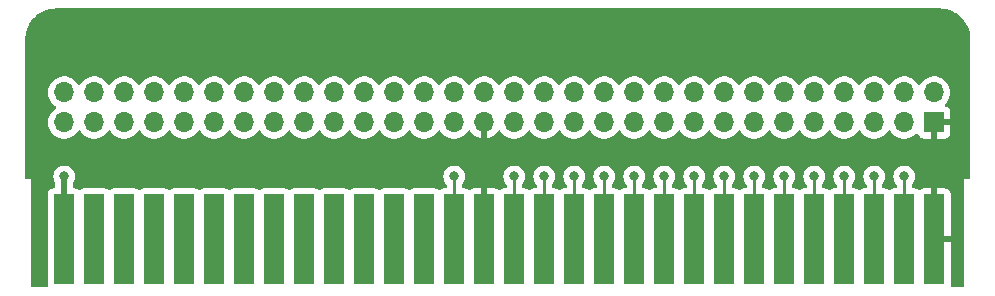
<source format=gbr>
%TF.GenerationSoftware,KiCad,Pcbnew,7.0.3*%
%TF.CreationDate,2023-05-28T21:57:32+08:00*%
%TF.ProjectId,CartdrigeProto,43617274-6472-4696-9765-50726f746f2e,rev?*%
%TF.SameCoordinates,Original*%
%TF.FileFunction,Copper,L2,Bot*%
%TF.FilePolarity,Positive*%
%FSLAX46Y46*%
G04 Gerber Fmt 4.6, Leading zero omitted, Abs format (unit mm)*
G04 Created by KiCad (PCBNEW 7.0.3) date 2023-05-28 21:57:32*
%MOMM*%
%LPD*%
G01*
G04 APERTURE LIST*
%TA.AperFunction,ConnectorPad*%
%ADD10R,1.780000X7.620000*%
%TD*%
%TA.AperFunction,ComponentPad*%
%ADD11R,1.700000X1.700000*%
%TD*%
%TA.AperFunction,ComponentPad*%
%ADD12O,1.700000X1.700000*%
%TD*%
%TA.AperFunction,ViaPad*%
%ADD13C,0.800000*%
%TD*%
%TA.AperFunction,Conductor*%
%ADD14C,0.500000*%
%TD*%
%TA.AperFunction,Conductor*%
%ADD15C,0.250000*%
%TD*%
G04 APERTURE END LIST*
D10*
%TO.P,J2,1,Pin_1*%
%TO.N,GND*%
X148590000Y-91694000D03*
%TO.P,J2,3,Pin_3*%
%TO.N,/A11*%
X146050000Y-91694000D03*
%TO.P,J2,5,Pin_5*%
%TO.N,/A10*%
X143510000Y-91694000D03*
%TO.P,J2,7,Pin_7*%
%TO.N,/A9*%
X140970000Y-91694000D03*
%TO.P,J2,9,Pin_9*%
%TO.N,/A8*%
X138430000Y-91694000D03*
%TO.P,J2,11,Pin_11*%
%TO.N,/A7*%
X135890000Y-91694000D03*
%TO.P,J2,13,Pin_13*%
%TO.N,/A6*%
X133350000Y-91694000D03*
%TO.P,J2,15,Pin_15*%
%TO.N,/A5*%
X130810000Y-91694000D03*
%TO.P,J2,17,Pin_17*%
%TO.N,/A4*%
X128270000Y-91694000D03*
%TO.P,J2,19,Pin_19*%
%TO.N,/A3*%
X125730000Y-91694000D03*
%TO.P,J2,21,Pin_21*%
%TO.N,/A2*%
X123190000Y-91694000D03*
%TO.P,J2,23,Pin_23*%
%TO.N,/A1*%
X120650000Y-91694000D03*
%TO.P,J2,25,Pin_25*%
%TO.N,/A0*%
X118110000Y-91694000D03*
%TO.P,J2,27,Pin_27*%
%TO.N,/RW*%
X115570000Y-91694000D03*
%TO.P,J2,29,Pin_29*%
%TO.N,/IRQ3B*%
X113030000Y-91694000D03*
%TO.P,J2,31,Pin_31*%
%TO.N,GND*%
X110490000Y-91694000D03*
%TO.P,J2,33,Pin_33*%
%TO.N,/RAMCSB*%
X107950000Y-91694000D03*
%TO.P,J2,35,Pin_35*%
%TO.N,unconnected-(J2-Pin_35-Pad35)*%
X105410000Y-91694000D03*
%TO.P,J2,37,Pin_37*%
%TO.N,unconnected-(J2-Pin_37-Pad37)*%
X102870000Y-91694000D03*
%TO.P,J2,39,Pin_39*%
%TO.N,unconnected-(J2-Pin_39-Pad39)*%
X100330000Y-91694000D03*
%TO.P,J2,41,Pin_41*%
%TO.N,unconnected-(J2-Pin_41-Pad41)*%
X97790000Y-91694000D03*
%TO.P,J2,43,Pin_43*%
%TO.N,unconnected-(J2-Pin_43-Pad43)*%
X95250000Y-91694000D03*
%TO.P,J2,45,Pin_45*%
%TO.N,unconnected-(J2-Pin_45-Pad45)*%
X92710000Y-91694000D03*
%TO.P,J2,47,Pin_47*%
%TO.N,unconnected-(J2-Pin_47-Pad47)*%
X90170000Y-91694000D03*
%TO.P,J2,49,Pin_49*%
%TO.N,unconnected-(J2-Pin_49-Pad49)*%
X87630000Y-91694000D03*
%TO.P,J2,51,Pin_51*%
%TO.N,unconnected-(J2-Pin_51-Pad51)*%
X85090000Y-91694000D03*
%TO.P,J2,53,Pin_53*%
%TO.N,unconnected-(J2-Pin_53-Pad53)*%
X82550000Y-91694000D03*
%TO.P,J2,55,Pin_55*%
%TO.N,unconnected-(J2-Pin_55-Pad55)*%
X80010000Y-91694000D03*
%TO.P,J2,57,Pin_57*%
%TO.N,unconnected-(J2-Pin_57-Pad57)*%
X77470000Y-91694000D03*
%TO.P,J2,59,Pin_59*%
%TO.N,+5V*%
X74930000Y-91694000D03*
%TD*%
D11*
%TO.P,J1,1,Pin_1*%
%TO.N,GND*%
X148590000Y-81788000D03*
D12*
%TO.P,J1,2,Pin_2*%
%TO.N,+5V*%
X148590000Y-79248000D03*
%TO.P,J1,3,Pin_3*%
%TO.N,/A11*%
X146050000Y-81788000D03*
%TO.P,J1,4,Pin_4*%
%TO.N,/CLOCK*%
X146050000Y-79248000D03*
%TO.P,J1,5,Pin_5*%
%TO.N,/A10*%
X143510000Y-81788000D03*
%TO.P,J1,6,Pin_6*%
%TO.N,/A12*%
X143510000Y-79248000D03*
%TO.P,J1,7,Pin_7*%
%TO.N,/A9*%
X140970000Y-81788000D03*
%TO.P,J1,8,Pin_8*%
%TO.N,/A13*%
X140970000Y-79248000D03*
%TO.P,J1,9,Pin_9*%
%TO.N,/A8*%
X138430000Y-81788000D03*
%TO.P,J1,10,Pin_10*%
%TO.N,/A14*%
X138430000Y-79248000D03*
%TO.P,J1,11,Pin_11*%
%TO.N,/A7*%
X135890000Y-81788000D03*
%TO.P,J1,12,Pin_12*%
%TO.N,/A15*%
X135890000Y-79248000D03*
%TO.P,J1,13,Pin_13*%
%TO.N,/A6*%
X133350000Y-81788000D03*
%TO.P,J1,14,Pin_14*%
%TO.N,/D7*%
X133350000Y-79248000D03*
%TO.P,J1,15,Pin_15*%
%TO.N,/A5*%
X130810000Y-81788000D03*
%TO.P,J1,16,Pin_16*%
%TO.N,/D6*%
X130810000Y-79248000D03*
%TO.P,J1,17,Pin_17*%
%TO.N,/A4*%
X128270000Y-81788000D03*
%TO.P,J1,18,Pin_18*%
%TO.N,/D5*%
X128270000Y-79248000D03*
%TO.P,J1,19,Pin_19*%
%TO.N,/A3*%
X125730000Y-81788000D03*
%TO.P,J1,20,Pin_20*%
%TO.N,/D4*%
X125730000Y-79248000D03*
%TO.P,J1,21,Pin_21*%
%TO.N,/A2*%
X123190000Y-81788000D03*
%TO.P,J1,22,Pin_22*%
%TO.N,/D3*%
X123190000Y-79248000D03*
%TO.P,J1,23,Pin_23*%
%TO.N,/A1*%
X120650000Y-81788000D03*
%TO.P,J1,24,Pin_24*%
%TO.N,/D2*%
X120650000Y-79248000D03*
%TO.P,J1,25,Pin_25*%
%TO.N,/A0*%
X118110000Y-81788000D03*
%TO.P,J1,26,Pin_26*%
%TO.N,/D1*%
X118110000Y-79248000D03*
%TO.P,J1,27,Pin_27*%
%TO.N,/RW*%
X115570000Y-81788000D03*
%TO.P,J1,28,Pin_28*%
%TO.N,/D0*%
X115570000Y-79248000D03*
%TO.P,J1,29,Pin_29*%
%TO.N,/IRQ3B*%
X113030000Y-81788000D03*
%TO.P,J1,30,Pin_30*%
%TO.N,/PORT1CSB*%
X113030000Y-79248000D03*
%TO.P,J1,31,Pin_31*%
%TO.N,GND*%
X110490000Y-81788000D03*
%TO.P,J1,32,Pin_32*%
%TO.N,/RESET*%
X110490000Y-79248000D03*
%TO.P,J1,33,Pin_33*%
%TO.N,/RAMCSB*%
X107950000Y-81788000D03*
%TO.P,J1,34,Pin_34*%
%TO.N,/DMAB*%
X107950000Y-79248000D03*
%TO.P,J1,35,Pin_35*%
%TO.N,unconnected-(J1-Pin_35-Pad35)*%
X105410000Y-81788000D03*
%TO.P,J1,36,Pin_36*%
%TO.N,/NMIB*%
X105410000Y-79248000D03*
%TO.P,J1,37,Pin_37*%
%TO.N,unconnected-(J1-Pin_37-Pad37)*%
X102870000Y-81788000D03*
%TO.P,J1,38,Pin_38*%
%TO.N,unconnected-(J1-Pin_38-Pad38)*%
X102870000Y-79248000D03*
%TO.P,J1,39,Pin_39*%
%TO.N,unconnected-(J1-Pin_39-Pad39)*%
X100330000Y-81788000D03*
%TO.P,J1,40,Pin_40*%
%TO.N,unconnected-(J1-Pin_40-Pad40)*%
X100330000Y-79248000D03*
%TO.P,J1,41,Pin_41*%
%TO.N,unconnected-(J1-Pin_41-Pad41)*%
X97790000Y-81788000D03*
%TO.P,J1,42,Pin_42*%
%TO.N,unconnected-(J1-Pin_42-Pad42)*%
X97790000Y-79248000D03*
%TO.P,J1,43,Pin_43*%
%TO.N,unconnected-(J1-Pin_43-Pad43)*%
X95250000Y-81788000D03*
%TO.P,J1,44,Pin_44*%
%TO.N,unconnected-(J1-Pin_44-Pad44)*%
X95250000Y-79248000D03*
%TO.P,J1,45,Pin_45*%
%TO.N,unconnected-(J1-Pin_45-Pad45)*%
X92710000Y-81788000D03*
%TO.P,J1,46,Pin_46*%
%TO.N,unconnected-(J1-Pin_46-Pad46)*%
X92710000Y-79248000D03*
%TO.P,J1,47,Pin_47*%
%TO.N,unconnected-(J1-Pin_47-Pad47)*%
X90170000Y-81788000D03*
%TO.P,J1,48,Pin_48*%
%TO.N,unconnected-(J1-Pin_48-Pad48)*%
X90170000Y-79248000D03*
%TO.P,J1,49,Pin_49*%
%TO.N,unconnected-(J1-Pin_49-Pad49)*%
X87630000Y-81788000D03*
%TO.P,J1,50,Pin_50*%
%TO.N,unconnected-(J1-Pin_50-Pad50)*%
X87630000Y-79248000D03*
%TO.P,J1,51,Pin_51*%
%TO.N,unconnected-(J1-Pin_51-Pad51)*%
X85090000Y-81788000D03*
%TO.P,J1,52,Pin_52*%
%TO.N,unconnected-(J1-Pin_52-Pad52)*%
X85090000Y-79248000D03*
%TO.P,J1,53,Pin_53*%
%TO.N,unconnected-(J1-Pin_53-Pad53)*%
X82550000Y-81788000D03*
%TO.P,J1,54,Pin_54*%
%TO.N,unconnected-(J1-Pin_54-Pad54)*%
X82550000Y-79248000D03*
%TO.P,J1,55,Pin_55*%
%TO.N,unconnected-(J1-Pin_55-Pad55)*%
X80010000Y-81788000D03*
%TO.P,J1,56,Pin_56*%
%TO.N,unconnected-(J1-Pin_56-Pad56)*%
X80010000Y-79248000D03*
%TO.P,J1,57,Pin_57*%
%TO.N,unconnected-(J1-Pin_57-Pad57)*%
X77470000Y-81788000D03*
%TO.P,J1,58,Pin_58*%
%TO.N,unconnected-(J1-Pin_58-Pad58)*%
X77470000Y-79248000D03*
%TO.P,J1,59,Pin_59*%
%TO.N,+5V*%
X74930000Y-81788000D03*
%TO.P,J1,60,Pin_60*%
%TO.N,unconnected-(J1-Pin_60-Pad60)*%
X74930000Y-79248000D03*
%TD*%
D13*
%TO.N,+5V*%
X74930000Y-86360000D03*
%TO.N,/A8*%
X138430000Y-86360000D03*
%TO.N,/A9*%
X140970000Y-86360000D03*
%TO.N,/A11*%
X146050000Y-86360000D03*
%TO.N,/A10*%
X143510000Y-86360000D03*
%TO.N,/A0*%
X118110000Y-86360000D03*
%TO.N,/A1*%
X120650000Y-86360000D03*
%TO.N,/A2*%
X123190000Y-86360000D03*
%TO.N,/A3*%
X125730000Y-86360000D03*
%TO.N,/A4*%
X128270000Y-86360000D03*
%TO.N,/A5*%
X130810000Y-86360000D03*
%TO.N,/A6*%
X133350000Y-86360000D03*
%TO.N,/A7*%
X135890000Y-86360000D03*
%TO.N,/RW*%
X115570000Y-86360000D03*
%TO.N,/IRQ3B*%
X113030000Y-86360000D03*
%TO.N,/RAMCSB*%
X107950000Y-86360000D03*
%TD*%
D14*
%TO.N,+5V*%
X74930000Y-91694000D02*
X74930000Y-86360000D01*
D15*
%TO.N,/A8*%
X138430000Y-91694000D02*
X138430000Y-86360000D01*
%TO.N,/A9*%
X140970000Y-91694000D02*
X140970000Y-86360000D01*
%TO.N,/A11*%
X146050000Y-91694000D02*
X146050000Y-86360000D01*
%TO.N,/A10*%
X143510000Y-91694000D02*
X143510000Y-86360000D01*
%TO.N,/A0*%
X118110000Y-91694000D02*
X118110000Y-86360000D01*
%TO.N,/A1*%
X120650000Y-91694000D02*
X120650000Y-86360000D01*
%TO.N,/A2*%
X123190000Y-91694000D02*
X123190000Y-86360000D01*
%TO.N,/A3*%
X125730000Y-91694000D02*
X125730000Y-86360000D01*
%TO.N,/A4*%
X128270000Y-91694000D02*
X128270000Y-86360000D01*
%TO.N,/A5*%
X130810000Y-91694000D02*
X130810000Y-86360000D01*
%TO.N,/A6*%
X133350000Y-91694000D02*
X133350000Y-86360000D01*
%TO.N,/A7*%
X135890000Y-91694000D02*
X135890000Y-86360000D01*
%TO.N,/RW*%
X115570000Y-91694000D02*
X115570000Y-86360000D01*
%TO.N,/IRQ3B*%
X113030000Y-91694000D02*
X113030000Y-86360000D01*
%TO.N,/RAMCSB*%
X107950000Y-91694000D02*
X107950000Y-86360000D01*
%TD*%
%TA.AperFunction,Conductor*%
%TO.N,GND*%
G36*
X149117814Y-72136598D02*
G01*
X149227584Y-72142757D01*
X149404127Y-72153455D01*
X149410833Y-72154226D01*
X149542675Y-72176620D01*
X149695741Y-72204663D01*
X149701779Y-72206082D01*
X149835364Y-72244561D01*
X149836471Y-72244894D01*
X149979354Y-72289412D01*
X149984712Y-72291352D01*
X150030329Y-72310244D01*
X150115204Y-72345397D01*
X150116827Y-72346099D01*
X150251203Y-72406571D01*
X150255780Y-72408861D01*
X150380382Y-72477722D01*
X150382477Y-72478934D01*
X150384671Y-72480260D01*
X150507565Y-72554548D01*
X150511391Y-72557057D01*
X150627979Y-72639777D01*
X150630364Y-72641556D01*
X150744999Y-72731364D01*
X150748090Y-72733951D01*
X150817982Y-72796408D01*
X150854861Y-72829365D01*
X150857429Y-72831793D01*
X150960270Y-72934632D01*
X150962698Y-72937200D01*
X151058107Y-73043960D01*
X151060700Y-73047056D01*
X151139418Y-73147532D01*
X151150514Y-73161696D01*
X151152301Y-73164093D01*
X151234996Y-73280639D01*
X151237531Y-73284505D01*
X151313138Y-73409575D01*
X151314363Y-73411694D01*
X151383203Y-73536255D01*
X151385515Y-73540875D01*
X151445957Y-73675175D01*
X151446711Y-73676922D01*
X151500726Y-73807329D01*
X151502670Y-73812699D01*
X151547182Y-73955552D01*
X151547572Y-73956855D01*
X151585995Y-74090236D01*
X151587426Y-74096324D01*
X151615486Y-74249465D01*
X151636220Y-74371515D01*
X151638000Y-74392618D01*
X151638000Y-86283574D01*
X151637691Y-86487691D01*
X151617586Y-86555781D01*
X151563860Y-86602193D01*
X151511691Y-86613500D01*
X151155158Y-86613500D01*
X151154952Y-86613459D01*
X151129996Y-86613459D01*
X151129798Y-86613541D01*
X151129620Y-86613614D01*
X151129617Y-86613617D01*
X151129459Y-86614000D01*
X151129476Y-86639014D01*
X151129471Y-86639014D01*
X151129500Y-86639157D01*
X151129500Y-95631500D01*
X151109498Y-95699621D01*
X151055842Y-95746114D01*
X151003500Y-95757500D01*
X150106242Y-95757500D01*
X150038121Y-95737498D01*
X149991628Y-95683842D01*
X149980964Y-95618030D01*
X149987999Y-95552597D01*
X149988000Y-95552585D01*
X149988000Y-91948000D01*
X148462000Y-91948000D01*
X148393879Y-91927998D01*
X148347386Y-91874342D01*
X148336000Y-91822000D01*
X148336000Y-87376000D01*
X148844000Y-87376000D01*
X148844000Y-91440000D01*
X149988000Y-91440000D01*
X149988000Y-87835414D01*
X149987999Y-87835402D01*
X149981494Y-87774906D01*
X149930444Y-87638035D01*
X149930444Y-87638034D01*
X149842904Y-87521095D01*
X149725965Y-87433555D01*
X149589093Y-87382505D01*
X149528597Y-87376000D01*
X148844000Y-87376000D01*
X148336000Y-87376000D01*
X147651402Y-87376000D01*
X147590906Y-87382505D01*
X147454035Y-87433555D01*
X147395924Y-87477056D01*
X147329403Y-87501866D01*
X147260029Y-87486774D01*
X147244907Y-87477055D01*
X147186207Y-87433112D01*
X147186202Y-87433110D01*
X147049204Y-87382011D01*
X147049196Y-87382009D01*
X146988649Y-87375500D01*
X146988638Y-87375500D01*
X146809500Y-87375500D01*
X146741379Y-87355498D01*
X146694886Y-87301842D01*
X146683500Y-87249500D01*
X146683500Y-87062524D01*
X146703502Y-86994403D01*
X146715858Y-86978220D01*
X146789040Y-86896944D01*
X146884527Y-86731556D01*
X146943542Y-86549928D01*
X146963504Y-86360000D01*
X146943542Y-86170072D01*
X146884527Y-85988444D01*
X146789040Y-85823056D01*
X146789038Y-85823054D01*
X146789034Y-85823048D01*
X146661255Y-85681135D01*
X146506752Y-85568882D01*
X146332288Y-85491206D01*
X146145487Y-85451500D01*
X145954513Y-85451500D01*
X145767711Y-85491206D01*
X145593247Y-85568882D01*
X145438744Y-85681135D01*
X145310965Y-85823048D01*
X145310958Y-85823058D01*
X145215476Y-85988438D01*
X145215473Y-85988445D01*
X145156457Y-86170072D01*
X145136496Y-86360000D01*
X145156457Y-86549927D01*
X145177401Y-86614383D01*
X145215473Y-86731556D01*
X145310960Y-86896944D01*
X145384136Y-86978214D01*
X145414853Y-87042220D01*
X145416500Y-87062524D01*
X145416500Y-87249500D01*
X145396498Y-87317621D01*
X145342842Y-87364114D01*
X145290500Y-87375500D01*
X145111350Y-87375500D01*
X145050803Y-87382009D01*
X145050795Y-87382011D01*
X144913797Y-87433110D01*
X144855509Y-87476744D01*
X144788988Y-87501554D01*
X144719614Y-87486462D01*
X144704491Y-87476744D01*
X144686900Y-87463575D01*
X144646204Y-87433111D01*
X144646202Y-87433110D01*
X144509204Y-87382011D01*
X144509196Y-87382009D01*
X144448649Y-87375500D01*
X144448638Y-87375500D01*
X144269500Y-87375500D01*
X144201379Y-87355498D01*
X144154886Y-87301842D01*
X144143500Y-87249500D01*
X144143500Y-87062524D01*
X144163502Y-86994403D01*
X144175858Y-86978220D01*
X144249040Y-86896944D01*
X144344527Y-86731556D01*
X144403542Y-86549928D01*
X144423504Y-86360000D01*
X144403542Y-86170072D01*
X144344527Y-85988444D01*
X144249040Y-85823056D01*
X144249038Y-85823054D01*
X144249034Y-85823048D01*
X144121255Y-85681135D01*
X143966752Y-85568882D01*
X143792288Y-85491206D01*
X143605487Y-85451500D01*
X143414513Y-85451500D01*
X143227711Y-85491206D01*
X143053247Y-85568882D01*
X142898744Y-85681135D01*
X142770965Y-85823048D01*
X142770958Y-85823058D01*
X142675476Y-85988438D01*
X142675473Y-85988445D01*
X142616457Y-86170072D01*
X142596496Y-86360000D01*
X142616457Y-86549927D01*
X142637401Y-86614383D01*
X142675473Y-86731556D01*
X142770960Y-86896944D01*
X142844136Y-86978214D01*
X142874853Y-87042220D01*
X142876500Y-87062524D01*
X142876500Y-87249500D01*
X142856498Y-87317621D01*
X142802842Y-87364114D01*
X142750500Y-87375500D01*
X142571350Y-87375500D01*
X142510803Y-87382009D01*
X142510795Y-87382011D01*
X142373797Y-87433110D01*
X142315509Y-87476744D01*
X142248988Y-87501554D01*
X142179614Y-87486462D01*
X142164491Y-87476744D01*
X142146900Y-87463575D01*
X142106204Y-87433111D01*
X142106202Y-87433110D01*
X141969204Y-87382011D01*
X141969196Y-87382009D01*
X141908649Y-87375500D01*
X141908638Y-87375500D01*
X141729500Y-87375500D01*
X141661379Y-87355498D01*
X141614886Y-87301842D01*
X141603500Y-87249500D01*
X141603500Y-87062524D01*
X141623502Y-86994403D01*
X141635858Y-86978220D01*
X141709040Y-86896944D01*
X141804527Y-86731556D01*
X141863542Y-86549928D01*
X141883504Y-86360000D01*
X141863542Y-86170072D01*
X141804527Y-85988444D01*
X141709040Y-85823056D01*
X141709038Y-85823054D01*
X141709034Y-85823048D01*
X141581255Y-85681135D01*
X141426752Y-85568882D01*
X141252288Y-85491206D01*
X141065487Y-85451500D01*
X140874513Y-85451500D01*
X140687711Y-85491206D01*
X140513247Y-85568882D01*
X140358744Y-85681135D01*
X140230965Y-85823048D01*
X140230958Y-85823058D01*
X140135476Y-85988438D01*
X140135473Y-85988445D01*
X140076457Y-86170072D01*
X140056496Y-86360000D01*
X140076457Y-86549927D01*
X140097401Y-86614383D01*
X140135473Y-86731556D01*
X140230960Y-86896944D01*
X140304136Y-86978214D01*
X140334853Y-87042220D01*
X140336500Y-87062524D01*
X140336500Y-87249500D01*
X140316498Y-87317621D01*
X140262842Y-87364114D01*
X140210500Y-87375500D01*
X140031350Y-87375500D01*
X139970803Y-87382009D01*
X139970795Y-87382011D01*
X139833797Y-87433110D01*
X139775509Y-87476744D01*
X139708988Y-87501554D01*
X139639614Y-87486462D01*
X139624491Y-87476744D01*
X139606900Y-87463575D01*
X139566204Y-87433111D01*
X139566202Y-87433110D01*
X139429204Y-87382011D01*
X139429196Y-87382009D01*
X139368649Y-87375500D01*
X139368638Y-87375500D01*
X139189500Y-87375500D01*
X139121379Y-87355498D01*
X139074886Y-87301842D01*
X139063500Y-87249500D01*
X139063500Y-87062524D01*
X139083502Y-86994403D01*
X139095858Y-86978220D01*
X139169040Y-86896944D01*
X139264527Y-86731556D01*
X139323542Y-86549928D01*
X139343504Y-86360000D01*
X139323542Y-86170072D01*
X139264527Y-85988444D01*
X139169040Y-85823056D01*
X139169038Y-85823054D01*
X139169034Y-85823048D01*
X139041255Y-85681135D01*
X138886752Y-85568882D01*
X138712288Y-85491206D01*
X138525487Y-85451500D01*
X138334513Y-85451500D01*
X138147711Y-85491206D01*
X137973247Y-85568882D01*
X137818744Y-85681135D01*
X137690965Y-85823048D01*
X137690958Y-85823058D01*
X137595476Y-85988438D01*
X137595473Y-85988445D01*
X137536457Y-86170072D01*
X137516496Y-86360000D01*
X137536457Y-86549927D01*
X137557401Y-86614383D01*
X137595473Y-86731556D01*
X137690960Y-86896944D01*
X137764136Y-86978214D01*
X137794853Y-87042220D01*
X137796500Y-87062524D01*
X137796500Y-87249500D01*
X137776498Y-87317621D01*
X137722842Y-87364114D01*
X137670500Y-87375500D01*
X137491350Y-87375500D01*
X137430803Y-87382009D01*
X137430795Y-87382011D01*
X137293797Y-87433110D01*
X137235509Y-87476744D01*
X137168988Y-87501554D01*
X137099614Y-87486462D01*
X137084491Y-87476744D01*
X137066900Y-87463575D01*
X137026204Y-87433111D01*
X137026202Y-87433110D01*
X136889204Y-87382011D01*
X136889196Y-87382009D01*
X136828649Y-87375500D01*
X136828638Y-87375500D01*
X136649500Y-87375500D01*
X136581379Y-87355498D01*
X136534886Y-87301842D01*
X136523500Y-87249500D01*
X136523500Y-87062524D01*
X136543502Y-86994403D01*
X136555858Y-86978220D01*
X136629040Y-86896944D01*
X136724527Y-86731556D01*
X136783542Y-86549928D01*
X136803504Y-86360000D01*
X136783542Y-86170072D01*
X136724527Y-85988444D01*
X136629040Y-85823056D01*
X136629038Y-85823054D01*
X136629034Y-85823048D01*
X136501255Y-85681135D01*
X136346752Y-85568882D01*
X136172288Y-85491206D01*
X135985487Y-85451500D01*
X135794513Y-85451500D01*
X135607711Y-85491206D01*
X135433247Y-85568882D01*
X135278744Y-85681135D01*
X135150965Y-85823048D01*
X135150958Y-85823058D01*
X135055476Y-85988438D01*
X135055473Y-85988445D01*
X134996457Y-86170072D01*
X134976496Y-86360000D01*
X134996457Y-86549927D01*
X135017401Y-86614383D01*
X135055473Y-86731556D01*
X135150960Y-86896944D01*
X135224136Y-86978214D01*
X135254853Y-87042220D01*
X135256500Y-87062524D01*
X135256500Y-87249500D01*
X135236498Y-87317621D01*
X135182842Y-87364114D01*
X135130500Y-87375500D01*
X134951350Y-87375500D01*
X134890803Y-87382009D01*
X134890795Y-87382011D01*
X134753797Y-87433110D01*
X134695509Y-87476744D01*
X134628988Y-87501554D01*
X134559614Y-87486462D01*
X134544491Y-87476744D01*
X134526900Y-87463575D01*
X134486204Y-87433111D01*
X134486202Y-87433110D01*
X134349204Y-87382011D01*
X134349196Y-87382009D01*
X134288649Y-87375500D01*
X134288638Y-87375500D01*
X134109500Y-87375500D01*
X134041379Y-87355498D01*
X133994886Y-87301842D01*
X133983500Y-87249500D01*
X133983500Y-87062524D01*
X134003502Y-86994403D01*
X134015858Y-86978220D01*
X134089040Y-86896944D01*
X134184527Y-86731556D01*
X134243542Y-86549928D01*
X134263504Y-86360000D01*
X134243542Y-86170072D01*
X134184527Y-85988444D01*
X134089040Y-85823056D01*
X134089038Y-85823054D01*
X134089034Y-85823048D01*
X133961255Y-85681135D01*
X133806752Y-85568882D01*
X133632288Y-85491206D01*
X133445487Y-85451500D01*
X133254513Y-85451500D01*
X133067711Y-85491206D01*
X132893247Y-85568882D01*
X132738744Y-85681135D01*
X132610965Y-85823048D01*
X132610958Y-85823058D01*
X132515476Y-85988438D01*
X132515473Y-85988445D01*
X132456457Y-86170072D01*
X132436496Y-86360000D01*
X132456457Y-86549927D01*
X132477401Y-86614383D01*
X132515473Y-86731556D01*
X132610960Y-86896944D01*
X132684136Y-86978214D01*
X132714853Y-87042220D01*
X132716500Y-87062524D01*
X132716500Y-87249500D01*
X132696498Y-87317621D01*
X132642842Y-87364114D01*
X132590500Y-87375500D01*
X132411350Y-87375500D01*
X132350803Y-87382009D01*
X132350795Y-87382011D01*
X132213797Y-87433110D01*
X132213793Y-87433112D01*
X132155507Y-87476744D01*
X132088986Y-87501554D01*
X132019612Y-87486462D01*
X132004490Y-87476743D01*
X131946207Y-87433112D01*
X131946202Y-87433110D01*
X131809204Y-87382011D01*
X131809196Y-87382009D01*
X131748649Y-87375500D01*
X131748638Y-87375500D01*
X131569500Y-87375500D01*
X131501379Y-87355498D01*
X131454886Y-87301842D01*
X131443500Y-87249500D01*
X131443500Y-87062524D01*
X131463502Y-86994403D01*
X131475858Y-86978220D01*
X131549040Y-86896944D01*
X131644527Y-86731556D01*
X131703542Y-86549928D01*
X131723504Y-86360000D01*
X131703542Y-86170072D01*
X131644527Y-85988444D01*
X131549040Y-85823056D01*
X131549038Y-85823054D01*
X131549034Y-85823048D01*
X131421255Y-85681135D01*
X131266752Y-85568882D01*
X131092288Y-85491206D01*
X130905487Y-85451500D01*
X130714513Y-85451500D01*
X130527711Y-85491206D01*
X130353247Y-85568882D01*
X130198744Y-85681135D01*
X130070965Y-85823048D01*
X130070958Y-85823058D01*
X129975476Y-85988438D01*
X129975473Y-85988445D01*
X129916457Y-86170072D01*
X129896496Y-86360000D01*
X129916457Y-86549927D01*
X129937401Y-86614383D01*
X129975473Y-86731556D01*
X129975476Y-86731561D01*
X130070958Y-86896941D01*
X130070965Y-86896951D01*
X130144135Y-86978214D01*
X130174853Y-87042221D01*
X130176499Y-87062523D01*
X130176500Y-87249499D01*
X130156498Y-87317620D01*
X130102843Y-87364113D01*
X130050500Y-87375500D01*
X129871350Y-87375500D01*
X129810803Y-87382009D01*
X129810795Y-87382011D01*
X129673797Y-87433110D01*
X129615509Y-87476744D01*
X129548988Y-87501554D01*
X129479614Y-87486462D01*
X129464491Y-87476744D01*
X129446900Y-87463575D01*
X129406204Y-87433111D01*
X129406202Y-87433110D01*
X129269204Y-87382011D01*
X129269196Y-87382009D01*
X129208649Y-87375500D01*
X129208638Y-87375500D01*
X129029500Y-87375500D01*
X128961379Y-87355498D01*
X128914886Y-87301842D01*
X128903500Y-87249501D01*
X128903500Y-87249499D01*
X128903500Y-87062521D01*
X128923501Y-86994404D01*
X128935853Y-86978226D01*
X129009040Y-86896944D01*
X129104527Y-86731556D01*
X129163542Y-86549928D01*
X129183504Y-86360000D01*
X129163542Y-86170072D01*
X129104527Y-85988444D01*
X129009040Y-85823056D01*
X129009038Y-85823054D01*
X129009034Y-85823048D01*
X128881255Y-85681135D01*
X128726752Y-85568882D01*
X128552288Y-85491206D01*
X128365487Y-85451500D01*
X128174513Y-85451500D01*
X127987711Y-85491206D01*
X127813247Y-85568882D01*
X127658744Y-85681135D01*
X127530965Y-85823048D01*
X127530958Y-85823058D01*
X127435476Y-85988438D01*
X127435473Y-85988445D01*
X127376457Y-86170072D01*
X127356496Y-86359999D01*
X127376457Y-86549927D01*
X127397401Y-86614383D01*
X127435473Y-86731556D01*
X127530960Y-86896944D01*
X127604136Y-86978214D01*
X127634853Y-87042220D01*
X127636500Y-87062524D01*
X127636500Y-87249500D01*
X127616498Y-87317621D01*
X127562842Y-87364114D01*
X127510500Y-87375500D01*
X127331350Y-87375500D01*
X127270803Y-87382009D01*
X127270795Y-87382011D01*
X127133797Y-87433110D01*
X127075509Y-87476744D01*
X127008988Y-87501554D01*
X126939614Y-87486462D01*
X126924491Y-87476744D01*
X126906900Y-87463575D01*
X126866204Y-87433111D01*
X126866202Y-87433110D01*
X126729204Y-87382011D01*
X126729196Y-87382009D01*
X126668649Y-87375500D01*
X126668638Y-87375500D01*
X126489500Y-87375500D01*
X126421379Y-87355498D01*
X126374886Y-87301842D01*
X126363500Y-87249500D01*
X126363500Y-87062524D01*
X126383502Y-86994403D01*
X126395858Y-86978220D01*
X126469040Y-86896944D01*
X126564527Y-86731556D01*
X126623542Y-86549928D01*
X126643504Y-86360000D01*
X126623542Y-86170072D01*
X126564527Y-85988444D01*
X126469040Y-85823056D01*
X126469038Y-85823054D01*
X126469034Y-85823048D01*
X126341255Y-85681135D01*
X126186752Y-85568882D01*
X126012288Y-85491206D01*
X125825487Y-85451500D01*
X125634513Y-85451500D01*
X125447711Y-85491206D01*
X125273247Y-85568882D01*
X125118744Y-85681135D01*
X124990965Y-85823048D01*
X124990958Y-85823058D01*
X124895476Y-85988438D01*
X124895473Y-85988445D01*
X124836457Y-86170072D01*
X124816496Y-86359999D01*
X124836457Y-86549927D01*
X124857401Y-86614383D01*
X124895473Y-86731556D01*
X124895476Y-86731561D01*
X124990958Y-86896941D01*
X124990965Y-86896951D01*
X125064135Y-86978214D01*
X125094853Y-87042221D01*
X125096499Y-87062523D01*
X125096500Y-87249499D01*
X125076498Y-87317620D01*
X125022843Y-87364113D01*
X124970500Y-87375500D01*
X124791350Y-87375500D01*
X124730803Y-87382009D01*
X124730795Y-87382011D01*
X124593797Y-87433110D01*
X124535509Y-87476744D01*
X124468988Y-87501554D01*
X124399614Y-87486462D01*
X124384491Y-87476744D01*
X124366900Y-87463575D01*
X124326204Y-87433111D01*
X124326202Y-87433110D01*
X124189204Y-87382011D01*
X124189196Y-87382009D01*
X124128649Y-87375500D01*
X124128638Y-87375500D01*
X123949500Y-87375500D01*
X123881379Y-87355498D01*
X123834886Y-87301842D01*
X123823500Y-87249501D01*
X123823499Y-87062526D01*
X123843501Y-86994405D01*
X123855863Y-86978214D01*
X123855865Y-86978212D01*
X123929040Y-86896944D01*
X124024527Y-86731556D01*
X124083542Y-86549928D01*
X124103504Y-86360000D01*
X124083542Y-86170072D01*
X124024527Y-85988444D01*
X123929040Y-85823056D01*
X123929038Y-85823054D01*
X123929034Y-85823048D01*
X123801255Y-85681135D01*
X123646752Y-85568882D01*
X123472288Y-85491206D01*
X123285487Y-85451500D01*
X123094513Y-85451500D01*
X122907711Y-85491206D01*
X122733247Y-85568882D01*
X122578744Y-85681135D01*
X122450965Y-85823048D01*
X122450958Y-85823058D01*
X122355476Y-85988438D01*
X122355473Y-85988445D01*
X122296457Y-86170072D01*
X122276496Y-86359999D01*
X122296457Y-86549927D01*
X122317401Y-86614383D01*
X122355473Y-86731556D01*
X122450960Y-86896944D01*
X122524136Y-86978214D01*
X122554853Y-87042220D01*
X122556500Y-87062524D01*
X122556500Y-87249500D01*
X122536498Y-87317621D01*
X122482842Y-87364114D01*
X122430500Y-87375500D01*
X122251350Y-87375500D01*
X122190803Y-87382009D01*
X122190795Y-87382011D01*
X122053797Y-87433110D01*
X121995509Y-87476744D01*
X121928988Y-87501554D01*
X121859614Y-87486462D01*
X121844491Y-87476744D01*
X121826900Y-87463575D01*
X121786204Y-87433111D01*
X121786202Y-87433110D01*
X121649204Y-87382011D01*
X121649196Y-87382009D01*
X121588649Y-87375500D01*
X121588638Y-87375500D01*
X121409500Y-87375500D01*
X121341379Y-87355498D01*
X121294886Y-87301842D01*
X121283500Y-87249501D01*
X121283499Y-87062526D01*
X121303501Y-86994405D01*
X121315863Y-86978214D01*
X121315865Y-86978212D01*
X121389040Y-86896944D01*
X121484527Y-86731556D01*
X121543542Y-86549928D01*
X121563504Y-86360000D01*
X121543542Y-86170072D01*
X121484527Y-85988444D01*
X121389040Y-85823056D01*
X121389038Y-85823054D01*
X121389034Y-85823048D01*
X121261255Y-85681135D01*
X121106752Y-85568882D01*
X120932288Y-85491206D01*
X120745487Y-85451500D01*
X120554513Y-85451500D01*
X120367711Y-85491206D01*
X120193247Y-85568882D01*
X120038744Y-85681135D01*
X119910965Y-85823048D01*
X119910958Y-85823058D01*
X119815476Y-85988438D01*
X119815473Y-85988445D01*
X119756457Y-86170072D01*
X119736496Y-86359999D01*
X119756457Y-86549927D01*
X119777401Y-86614383D01*
X119815473Y-86731556D01*
X119910960Y-86896944D01*
X119984136Y-86978214D01*
X120014853Y-87042220D01*
X120016500Y-87062524D01*
X120016500Y-87249500D01*
X119996498Y-87317621D01*
X119942842Y-87364114D01*
X119890500Y-87375500D01*
X119711350Y-87375500D01*
X119650803Y-87382009D01*
X119650795Y-87382011D01*
X119513797Y-87433110D01*
X119455509Y-87476744D01*
X119388988Y-87501554D01*
X119319614Y-87486462D01*
X119304491Y-87476744D01*
X119286900Y-87463575D01*
X119246204Y-87433111D01*
X119246202Y-87433110D01*
X119109204Y-87382011D01*
X119109196Y-87382009D01*
X119048649Y-87375500D01*
X119048638Y-87375500D01*
X118869500Y-87375500D01*
X118801379Y-87355498D01*
X118754886Y-87301842D01*
X118743500Y-87249500D01*
X118743500Y-87062524D01*
X118763502Y-86994403D01*
X118775858Y-86978220D01*
X118849040Y-86896944D01*
X118944527Y-86731556D01*
X119003542Y-86549928D01*
X119023504Y-86360000D01*
X119003542Y-86170072D01*
X118944527Y-85988444D01*
X118849040Y-85823056D01*
X118849038Y-85823054D01*
X118849034Y-85823048D01*
X118721255Y-85681135D01*
X118566752Y-85568882D01*
X118392288Y-85491206D01*
X118205487Y-85451500D01*
X118014513Y-85451500D01*
X117827711Y-85491206D01*
X117653247Y-85568882D01*
X117498744Y-85681135D01*
X117370965Y-85823048D01*
X117370958Y-85823058D01*
X117275476Y-85988438D01*
X117275473Y-85988445D01*
X117216457Y-86170072D01*
X117196496Y-86359999D01*
X117216457Y-86549927D01*
X117237401Y-86614383D01*
X117275473Y-86731556D01*
X117370960Y-86896944D01*
X117444136Y-86978214D01*
X117474853Y-87042220D01*
X117476500Y-87062524D01*
X117476500Y-87249500D01*
X117456498Y-87317621D01*
X117402842Y-87364114D01*
X117350500Y-87375500D01*
X117171350Y-87375500D01*
X117110803Y-87382009D01*
X117110795Y-87382011D01*
X116973797Y-87433110D01*
X116915509Y-87476744D01*
X116848988Y-87501554D01*
X116779614Y-87486462D01*
X116764491Y-87476744D01*
X116746900Y-87463575D01*
X116706204Y-87433111D01*
X116706202Y-87433110D01*
X116569204Y-87382011D01*
X116569196Y-87382009D01*
X116508649Y-87375500D01*
X116508638Y-87375500D01*
X116329500Y-87375500D01*
X116261379Y-87355498D01*
X116214886Y-87301842D01*
X116203500Y-87249500D01*
X116203500Y-87062524D01*
X116223502Y-86994403D01*
X116235858Y-86978220D01*
X116309040Y-86896944D01*
X116404527Y-86731556D01*
X116463542Y-86549928D01*
X116483504Y-86360000D01*
X116463542Y-86170072D01*
X116404527Y-85988444D01*
X116309040Y-85823056D01*
X116309038Y-85823054D01*
X116309034Y-85823048D01*
X116181255Y-85681135D01*
X116026752Y-85568882D01*
X115852288Y-85491206D01*
X115665487Y-85451500D01*
X115474513Y-85451500D01*
X115287711Y-85491206D01*
X115113247Y-85568882D01*
X114958744Y-85681135D01*
X114830965Y-85823048D01*
X114830958Y-85823058D01*
X114735476Y-85988438D01*
X114735473Y-85988445D01*
X114676457Y-86170072D01*
X114656496Y-86359999D01*
X114676457Y-86549927D01*
X114697401Y-86614383D01*
X114735473Y-86731556D01*
X114735476Y-86731561D01*
X114830958Y-86896942D01*
X114830959Y-86896944D01*
X114904135Y-86978214D01*
X114934853Y-87042221D01*
X114936499Y-87062523D01*
X114936500Y-87249499D01*
X114916498Y-87317620D01*
X114862843Y-87364113D01*
X114810500Y-87375500D01*
X114631350Y-87375500D01*
X114570803Y-87382009D01*
X114570795Y-87382011D01*
X114433797Y-87433110D01*
X114375509Y-87476744D01*
X114308988Y-87501554D01*
X114239614Y-87486462D01*
X114224491Y-87476744D01*
X114206900Y-87463575D01*
X114166204Y-87433111D01*
X114166202Y-87433110D01*
X114029204Y-87382011D01*
X114029196Y-87382009D01*
X113968649Y-87375500D01*
X113968638Y-87375500D01*
X113789500Y-87375500D01*
X113721379Y-87355498D01*
X113674886Y-87301842D01*
X113663500Y-87249500D01*
X113663500Y-87062524D01*
X113683502Y-86994403D01*
X113695858Y-86978220D01*
X113769040Y-86896944D01*
X113864527Y-86731556D01*
X113923542Y-86549928D01*
X113943504Y-86360000D01*
X113923542Y-86170072D01*
X113864527Y-85988444D01*
X113769040Y-85823056D01*
X113769038Y-85823054D01*
X113769034Y-85823048D01*
X113641255Y-85681135D01*
X113486752Y-85568882D01*
X113312288Y-85491206D01*
X113125487Y-85451500D01*
X112934513Y-85451500D01*
X112747711Y-85491206D01*
X112573247Y-85568882D01*
X112418744Y-85681135D01*
X112290965Y-85823048D01*
X112290958Y-85823058D01*
X112195476Y-85988438D01*
X112195473Y-85988445D01*
X112136457Y-86170072D01*
X112116496Y-86359999D01*
X112136457Y-86549927D01*
X112157401Y-86614383D01*
X112195473Y-86731556D01*
X112195476Y-86731561D01*
X112290958Y-86896942D01*
X112290959Y-86896944D01*
X112364135Y-86978214D01*
X112394853Y-87042221D01*
X112396499Y-87062523D01*
X112396500Y-87249499D01*
X112376498Y-87317620D01*
X112322843Y-87364113D01*
X112270500Y-87375500D01*
X112091350Y-87375500D01*
X112030803Y-87382009D01*
X112030795Y-87382011D01*
X111893797Y-87433110D01*
X111893792Y-87433112D01*
X111835092Y-87477056D01*
X111768572Y-87501867D01*
X111699198Y-87486776D01*
X111684073Y-87477056D01*
X111625963Y-87433554D01*
X111489093Y-87382505D01*
X111428597Y-87376000D01*
X110744000Y-87376000D01*
X110744000Y-91822000D01*
X110723998Y-91890121D01*
X110670342Y-91936614D01*
X110618000Y-91948000D01*
X110362000Y-91948000D01*
X110293879Y-91927998D01*
X110247386Y-91874342D01*
X110236000Y-91822000D01*
X110236000Y-87376000D01*
X109551402Y-87376000D01*
X109490906Y-87382505D01*
X109354035Y-87433555D01*
X109295924Y-87477056D01*
X109229403Y-87501866D01*
X109160029Y-87486774D01*
X109144907Y-87477055D01*
X109086207Y-87433112D01*
X109086202Y-87433110D01*
X108949204Y-87382011D01*
X108949196Y-87382009D01*
X108888649Y-87375500D01*
X108888638Y-87375500D01*
X108709500Y-87375500D01*
X108641379Y-87355498D01*
X108594886Y-87301842D01*
X108583500Y-87249500D01*
X108583500Y-87062524D01*
X108603502Y-86994403D01*
X108615858Y-86978220D01*
X108689040Y-86896944D01*
X108784527Y-86731556D01*
X108843542Y-86549928D01*
X108863504Y-86360000D01*
X108843542Y-86170072D01*
X108784527Y-85988444D01*
X108689040Y-85823056D01*
X108689038Y-85823054D01*
X108689034Y-85823048D01*
X108561255Y-85681135D01*
X108406752Y-85568882D01*
X108232288Y-85491206D01*
X108045487Y-85451500D01*
X107854513Y-85451500D01*
X107667711Y-85491206D01*
X107493247Y-85568882D01*
X107338744Y-85681135D01*
X107210965Y-85823048D01*
X107210958Y-85823058D01*
X107115476Y-85988438D01*
X107115473Y-85988445D01*
X107056457Y-86170072D01*
X107036496Y-86360000D01*
X107056457Y-86549927D01*
X107077401Y-86614383D01*
X107115473Y-86731556D01*
X107210960Y-86896944D01*
X107284136Y-86978214D01*
X107314853Y-87042220D01*
X107316500Y-87062524D01*
X107316500Y-87249500D01*
X107296498Y-87317621D01*
X107242842Y-87364114D01*
X107190500Y-87375500D01*
X107011350Y-87375500D01*
X106950803Y-87382009D01*
X106950795Y-87382011D01*
X106813797Y-87433110D01*
X106755509Y-87476744D01*
X106688988Y-87501554D01*
X106619614Y-87486462D01*
X106604491Y-87476744D01*
X106586900Y-87463575D01*
X106546204Y-87433111D01*
X106546202Y-87433110D01*
X106409204Y-87382011D01*
X106409196Y-87382009D01*
X106348649Y-87375500D01*
X106348638Y-87375500D01*
X104471362Y-87375500D01*
X104471350Y-87375500D01*
X104410803Y-87382009D01*
X104410795Y-87382011D01*
X104273797Y-87433110D01*
X104215509Y-87476744D01*
X104148988Y-87501554D01*
X104079614Y-87486462D01*
X104064491Y-87476744D01*
X104046900Y-87463575D01*
X104006204Y-87433111D01*
X104006202Y-87433110D01*
X103869204Y-87382011D01*
X103869196Y-87382009D01*
X103808649Y-87375500D01*
X103808638Y-87375500D01*
X101931362Y-87375500D01*
X101931350Y-87375500D01*
X101870803Y-87382009D01*
X101870795Y-87382011D01*
X101733797Y-87433110D01*
X101675509Y-87476744D01*
X101608988Y-87501554D01*
X101539614Y-87486462D01*
X101524491Y-87476744D01*
X101506900Y-87463575D01*
X101466204Y-87433111D01*
X101466202Y-87433110D01*
X101329204Y-87382011D01*
X101329196Y-87382009D01*
X101268649Y-87375500D01*
X101268638Y-87375500D01*
X99391362Y-87375500D01*
X99391350Y-87375500D01*
X99330803Y-87382009D01*
X99330795Y-87382011D01*
X99193797Y-87433110D01*
X99135509Y-87476744D01*
X99068988Y-87501554D01*
X98999614Y-87486462D01*
X98984491Y-87476744D01*
X98966900Y-87463575D01*
X98926204Y-87433111D01*
X98926202Y-87433110D01*
X98789204Y-87382011D01*
X98789196Y-87382009D01*
X98728649Y-87375500D01*
X98728638Y-87375500D01*
X96851362Y-87375500D01*
X96851350Y-87375500D01*
X96790803Y-87382009D01*
X96790795Y-87382011D01*
X96653797Y-87433110D01*
X96595509Y-87476744D01*
X96528988Y-87501554D01*
X96459614Y-87486462D01*
X96444491Y-87476744D01*
X96426900Y-87463575D01*
X96386204Y-87433111D01*
X96386202Y-87433110D01*
X96249204Y-87382011D01*
X96249196Y-87382009D01*
X96188649Y-87375500D01*
X96188638Y-87375500D01*
X94311362Y-87375500D01*
X94311350Y-87375500D01*
X94250803Y-87382009D01*
X94250795Y-87382011D01*
X94113797Y-87433110D01*
X94055509Y-87476744D01*
X93988988Y-87501554D01*
X93919614Y-87486462D01*
X93904491Y-87476744D01*
X93886900Y-87463575D01*
X93846204Y-87433111D01*
X93846202Y-87433110D01*
X93709204Y-87382011D01*
X93709196Y-87382009D01*
X93648649Y-87375500D01*
X93648638Y-87375500D01*
X91771362Y-87375500D01*
X91771350Y-87375500D01*
X91710803Y-87382009D01*
X91710795Y-87382011D01*
X91573797Y-87433110D01*
X91573793Y-87433112D01*
X91515507Y-87476744D01*
X91448986Y-87501554D01*
X91379612Y-87486462D01*
X91364490Y-87476743D01*
X91306207Y-87433112D01*
X91306202Y-87433110D01*
X91169204Y-87382011D01*
X91169196Y-87382009D01*
X91108649Y-87375500D01*
X91108638Y-87375500D01*
X89231362Y-87375500D01*
X89231350Y-87375500D01*
X89170803Y-87382009D01*
X89170795Y-87382011D01*
X89033797Y-87433110D01*
X88975509Y-87476744D01*
X88908988Y-87501554D01*
X88839614Y-87486462D01*
X88824491Y-87476744D01*
X88806900Y-87463575D01*
X88766204Y-87433111D01*
X88766202Y-87433110D01*
X88629204Y-87382011D01*
X88629196Y-87382009D01*
X88568649Y-87375500D01*
X88568638Y-87375500D01*
X86691362Y-87375500D01*
X86691350Y-87375500D01*
X86630803Y-87382009D01*
X86630795Y-87382011D01*
X86493797Y-87433110D01*
X86435509Y-87476744D01*
X86368988Y-87501554D01*
X86299614Y-87486462D01*
X86284491Y-87476744D01*
X86266900Y-87463575D01*
X86226204Y-87433111D01*
X86226202Y-87433110D01*
X86089204Y-87382011D01*
X86089196Y-87382009D01*
X86028649Y-87375500D01*
X86028638Y-87375500D01*
X84151362Y-87375500D01*
X84151350Y-87375500D01*
X84090803Y-87382009D01*
X84090795Y-87382011D01*
X83953797Y-87433110D01*
X83895509Y-87476744D01*
X83828988Y-87501554D01*
X83759614Y-87486462D01*
X83744491Y-87476744D01*
X83726900Y-87463575D01*
X83686204Y-87433111D01*
X83686202Y-87433110D01*
X83549204Y-87382011D01*
X83549196Y-87382009D01*
X83488649Y-87375500D01*
X83488638Y-87375500D01*
X81611362Y-87375500D01*
X81611350Y-87375500D01*
X81550803Y-87382009D01*
X81550795Y-87382011D01*
X81413797Y-87433110D01*
X81413793Y-87433112D01*
X81355507Y-87476744D01*
X81288986Y-87501554D01*
X81219612Y-87486462D01*
X81204490Y-87476743D01*
X81146207Y-87433112D01*
X81146202Y-87433110D01*
X81009204Y-87382011D01*
X81009196Y-87382009D01*
X80948649Y-87375500D01*
X80948638Y-87375500D01*
X79071362Y-87375500D01*
X79071350Y-87375500D01*
X79010803Y-87382009D01*
X79010795Y-87382011D01*
X78873797Y-87433110D01*
X78815509Y-87476744D01*
X78748988Y-87501554D01*
X78679614Y-87486462D01*
X78664491Y-87476744D01*
X78646900Y-87463575D01*
X78606204Y-87433111D01*
X78606202Y-87433110D01*
X78469204Y-87382011D01*
X78469196Y-87382009D01*
X78408649Y-87375500D01*
X78408638Y-87375500D01*
X76531362Y-87375500D01*
X76531350Y-87375500D01*
X76470803Y-87382009D01*
X76470795Y-87382011D01*
X76333797Y-87433110D01*
X76275509Y-87476744D01*
X76208988Y-87501554D01*
X76139614Y-87486462D01*
X76124491Y-87476744D01*
X76106900Y-87463575D01*
X76066204Y-87433111D01*
X76066202Y-87433110D01*
X75929204Y-87382011D01*
X75929196Y-87382009D01*
X75868649Y-87375500D01*
X75868638Y-87375500D01*
X75814500Y-87375500D01*
X75746379Y-87355498D01*
X75699886Y-87301842D01*
X75688500Y-87249500D01*
X75688500Y-86896999D01*
X75705380Y-86834000D01*
X75764527Y-86731556D01*
X75823542Y-86549928D01*
X75843504Y-86360000D01*
X75823542Y-86170072D01*
X75764527Y-85988444D01*
X75669040Y-85823056D01*
X75669038Y-85823054D01*
X75669034Y-85823048D01*
X75541255Y-85681135D01*
X75386752Y-85568882D01*
X75212288Y-85491206D01*
X75025487Y-85451500D01*
X74834513Y-85451500D01*
X74647711Y-85491206D01*
X74473247Y-85568882D01*
X74318744Y-85681135D01*
X74190965Y-85823048D01*
X74190958Y-85823058D01*
X74095476Y-85988438D01*
X74095473Y-85988445D01*
X74036457Y-86170072D01*
X74016496Y-86360000D01*
X74036457Y-86549927D01*
X74057401Y-86614383D01*
X74095473Y-86731556D01*
X74154619Y-86834000D01*
X74171500Y-86896999D01*
X74171500Y-87249500D01*
X74151498Y-87317621D01*
X74097842Y-87364114D01*
X74045500Y-87375500D01*
X73991350Y-87375500D01*
X73930803Y-87382009D01*
X73930795Y-87382011D01*
X73793797Y-87433110D01*
X73793792Y-87433112D01*
X73676738Y-87520738D01*
X73589112Y-87637792D01*
X73589110Y-87637797D01*
X73538011Y-87774795D01*
X73538009Y-87774803D01*
X73531500Y-87835350D01*
X73531500Y-95552649D01*
X73538530Y-95618032D01*
X73525924Y-95687900D01*
X73477546Y-95739862D01*
X73413252Y-95757500D01*
X72262500Y-95757500D01*
X72194379Y-95737498D01*
X72147886Y-95683842D01*
X72136500Y-95631500D01*
X72136500Y-86639157D01*
X72136528Y-86639014D01*
X72136524Y-86639014D01*
X72136539Y-86614002D01*
X72136541Y-86614000D01*
X72136383Y-86613617D01*
X72136381Y-86613616D01*
X72136380Y-86613614D01*
X72136201Y-86613541D01*
X72136003Y-86613459D01*
X72111048Y-86613459D01*
X72110842Y-86613500D01*
X71754692Y-86613500D01*
X71686571Y-86593498D01*
X71640078Y-86539842D01*
X71628692Y-86487309D01*
X71635798Y-81788000D01*
X73566844Y-81788000D01*
X73584232Y-81997844D01*
X73585437Y-82012375D01*
X73640702Y-82230612D01*
X73640703Y-82230613D01*
X73731141Y-82436793D01*
X73854275Y-82625265D01*
X73854279Y-82625270D01*
X74006762Y-82790908D01*
X74061331Y-82833381D01*
X74184424Y-82929189D01*
X74382426Y-83036342D01*
X74382427Y-83036342D01*
X74382428Y-83036343D01*
X74494227Y-83074723D01*
X74595365Y-83109444D01*
X74817431Y-83146500D01*
X74817435Y-83146500D01*
X75042565Y-83146500D01*
X75042569Y-83146500D01*
X75264635Y-83109444D01*
X75477574Y-83036342D01*
X75675576Y-82929189D01*
X75853240Y-82790906D01*
X76005722Y-82625268D01*
X76005927Y-82624955D01*
X76011115Y-82617012D01*
X76094518Y-82489354D01*
X76148520Y-82443268D01*
X76218868Y-82433692D01*
X76283225Y-82463669D01*
X76305480Y-82489353D01*
X76338607Y-82540058D01*
X76394275Y-82625265D01*
X76394279Y-82625270D01*
X76546762Y-82790908D01*
X76601331Y-82833381D01*
X76724424Y-82929189D01*
X76922426Y-83036342D01*
X76922427Y-83036342D01*
X76922428Y-83036343D01*
X77034227Y-83074723D01*
X77135365Y-83109444D01*
X77357431Y-83146500D01*
X77357435Y-83146500D01*
X77582565Y-83146500D01*
X77582569Y-83146500D01*
X77804635Y-83109444D01*
X78017574Y-83036342D01*
X78215576Y-82929189D01*
X78393240Y-82790906D01*
X78545722Y-82625268D01*
X78545927Y-82624955D01*
X78551115Y-82617012D01*
X78634518Y-82489354D01*
X78688520Y-82443268D01*
X78758868Y-82433692D01*
X78823225Y-82463669D01*
X78845480Y-82489353D01*
X78878607Y-82540058D01*
X78934275Y-82625265D01*
X78934279Y-82625270D01*
X79086762Y-82790908D01*
X79141331Y-82833381D01*
X79264424Y-82929189D01*
X79462426Y-83036342D01*
X79462427Y-83036342D01*
X79462428Y-83036343D01*
X79574227Y-83074723D01*
X79675365Y-83109444D01*
X79897431Y-83146500D01*
X79897435Y-83146500D01*
X80122565Y-83146500D01*
X80122569Y-83146500D01*
X80344635Y-83109444D01*
X80557574Y-83036342D01*
X80755576Y-82929189D01*
X80933240Y-82790906D01*
X81085722Y-82625268D01*
X81085927Y-82624955D01*
X81091115Y-82617012D01*
X81174518Y-82489354D01*
X81228520Y-82443268D01*
X81298868Y-82433692D01*
X81363225Y-82463669D01*
X81385480Y-82489353D01*
X81418607Y-82540058D01*
X81474275Y-82625265D01*
X81474279Y-82625270D01*
X81626762Y-82790908D01*
X81681331Y-82833381D01*
X81804424Y-82929189D01*
X82002426Y-83036342D01*
X82002427Y-83036342D01*
X82002428Y-83036343D01*
X82114227Y-83074723D01*
X82215365Y-83109444D01*
X82437431Y-83146500D01*
X82437435Y-83146500D01*
X82662565Y-83146500D01*
X82662569Y-83146500D01*
X82884635Y-83109444D01*
X83097574Y-83036342D01*
X83295576Y-82929189D01*
X83473240Y-82790906D01*
X83625722Y-82625268D01*
X83625927Y-82624955D01*
X83631115Y-82617012D01*
X83714518Y-82489354D01*
X83768520Y-82443268D01*
X83838868Y-82433692D01*
X83903225Y-82463669D01*
X83925480Y-82489353D01*
X83958607Y-82540058D01*
X84014275Y-82625265D01*
X84014279Y-82625270D01*
X84166762Y-82790908D01*
X84221331Y-82833381D01*
X84344424Y-82929189D01*
X84542426Y-83036342D01*
X84542427Y-83036342D01*
X84542428Y-83036343D01*
X84654227Y-83074723D01*
X84755365Y-83109444D01*
X84977431Y-83146500D01*
X84977435Y-83146500D01*
X85202565Y-83146500D01*
X85202569Y-83146500D01*
X85424635Y-83109444D01*
X85637574Y-83036342D01*
X85835576Y-82929189D01*
X86013240Y-82790906D01*
X86165722Y-82625268D01*
X86165927Y-82624955D01*
X86171115Y-82617012D01*
X86254518Y-82489354D01*
X86308520Y-82443268D01*
X86378868Y-82433692D01*
X86443225Y-82463669D01*
X86465480Y-82489353D01*
X86498607Y-82540058D01*
X86554275Y-82625265D01*
X86554279Y-82625270D01*
X86706762Y-82790908D01*
X86761331Y-82833381D01*
X86884424Y-82929189D01*
X87082426Y-83036342D01*
X87082427Y-83036342D01*
X87082428Y-83036343D01*
X87194227Y-83074723D01*
X87295365Y-83109444D01*
X87517431Y-83146500D01*
X87517435Y-83146500D01*
X87742565Y-83146500D01*
X87742569Y-83146500D01*
X87964635Y-83109444D01*
X88177574Y-83036342D01*
X88375576Y-82929189D01*
X88553240Y-82790906D01*
X88705722Y-82625268D01*
X88705927Y-82624955D01*
X88711115Y-82617012D01*
X88794518Y-82489354D01*
X88848520Y-82443268D01*
X88918868Y-82433692D01*
X88983225Y-82463669D01*
X89005480Y-82489353D01*
X89038607Y-82540058D01*
X89094275Y-82625265D01*
X89094279Y-82625270D01*
X89246762Y-82790908D01*
X89301331Y-82833381D01*
X89424424Y-82929189D01*
X89622426Y-83036342D01*
X89622427Y-83036342D01*
X89622428Y-83036343D01*
X89734227Y-83074723D01*
X89835365Y-83109444D01*
X90057431Y-83146500D01*
X90057435Y-83146500D01*
X90282565Y-83146500D01*
X90282569Y-83146500D01*
X90504635Y-83109444D01*
X90717574Y-83036342D01*
X90915576Y-82929189D01*
X91093240Y-82790906D01*
X91245722Y-82625268D01*
X91245927Y-82624955D01*
X91251115Y-82617012D01*
X91334518Y-82489354D01*
X91388520Y-82443268D01*
X91458868Y-82433692D01*
X91523225Y-82463669D01*
X91545480Y-82489353D01*
X91578607Y-82540058D01*
X91634275Y-82625265D01*
X91634279Y-82625270D01*
X91786762Y-82790908D01*
X91841331Y-82833381D01*
X91964424Y-82929189D01*
X92162426Y-83036342D01*
X92162427Y-83036342D01*
X92162428Y-83036343D01*
X92274227Y-83074723D01*
X92375365Y-83109444D01*
X92597431Y-83146500D01*
X92597435Y-83146500D01*
X92822565Y-83146500D01*
X92822569Y-83146500D01*
X93044635Y-83109444D01*
X93257574Y-83036342D01*
X93455576Y-82929189D01*
X93633240Y-82790906D01*
X93785722Y-82625268D01*
X93874519Y-82489353D01*
X93928518Y-82443268D01*
X93998866Y-82433692D01*
X94063224Y-82463668D01*
X94085482Y-82489356D01*
X94174275Y-82625265D01*
X94174279Y-82625270D01*
X94326762Y-82790908D01*
X94381331Y-82833381D01*
X94504424Y-82929189D01*
X94702426Y-83036342D01*
X94702427Y-83036342D01*
X94702428Y-83036343D01*
X94814227Y-83074723D01*
X94915365Y-83109444D01*
X95137431Y-83146500D01*
X95137435Y-83146500D01*
X95362565Y-83146500D01*
X95362569Y-83146500D01*
X95584635Y-83109444D01*
X95797574Y-83036342D01*
X95995576Y-82929189D01*
X96173240Y-82790906D01*
X96325722Y-82625268D01*
X96325927Y-82624955D01*
X96331115Y-82617012D01*
X96414518Y-82489354D01*
X96468520Y-82443268D01*
X96538868Y-82433692D01*
X96603225Y-82463669D01*
X96625480Y-82489353D01*
X96658607Y-82540058D01*
X96714275Y-82625265D01*
X96714279Y-82625270D01*
X96866762Y-82790908D01*
X96921331Y-82833381D01*
X97044424Y-82929189D01*
X97242426Y-83036342D01*
X97242427Y-83036342D01*
X97242428Y-83036343D01*
X97354227Y-83074723D01*
X97455365Y-83109444D01*
X97677431Y-83146500D01*
X97677435Y-83146500D01*
X97902565Y-83146500D01*
X97902569Y-83146500D01*
X98124635Y-83109444D01*
X98337574Y-83036342D01*
X98535576Y-82929189D01*
X98713240Y-82790906D01*
X98865722Y-82625268D01*
X98865927Y-82624955D01*
X98871115Y-82617012D01*
X98954518Y-82489354D01*
X99008520Y-82443268D01*
X99078868Y-82433692D01*
X99143225Y-82463669D01*
X99165480Y-82489353D01*
X99198607Y-82540058D01*
X99254275Y-82625265D01*
X99254279Y-82625270D01*
X99406762Y-82790908D01*
X99461331Y-82833381D01*
X99584424Y-82929189D01*
X99782426Y-83036342D01*
X99782427Y-83036342D01*
X99782428Y-83036343D01*
X99894227Y-83074723D01*
X99995365Y-83109444D01*
X100217431Y-83146500D01*
X100217435Y-83146500D01*
X100442565Y-83146500D01*
X100442569Y-83146500D01*
X100664635Y-83109444D01*
X100877574Y-83036342D01*
X101075576Y-82929189D01*
X101253240Y-82790906D01*
X101405722Y-82625268D01*
X101405927Y-82624955D01*
X101411115Y-82617012D01*
X101494518Y-82489354D01*
X101548520Y-82443268D01*
X101618868Y-82433692D01*
X101683225Y-82463669D01*
X101705480Y-82489353D01*
X101738607Y-82540058D01*
X101794275Y-82625265D01*
X101794279Y-82625270D01*
X101946762Y-82790908D01*
X102001331Y-82833381D01*
X102124424Y-82929189D01*
X102322426Y-83036342D01*
X102322427Y-83036342D01*
X102322428Y-83036343D01*
X102434227Y-83074723D01*
X102535365Y-83109444D01*
X102757431Y-83146500D01*
X102757435Y-83146500D01*
X102982565Y-83146500D01*
X102982569Y-83146500D01*
X103204635Y-83109444D01*
X103417574Y-83036342D01*
X103615576Y-82929189D01*
X103793240Y-82790906D01*
X103945722Y-82625268D01*
X103945927Y-82624955D01*
X103951115Y-82617012D01*
X104034518Y-82489354D01*
X104088520Y-82443268D01*
X104158868Y-82433692D01*
X104223225Y-82463669D01*
X104245480Y-82489353D01*
X104278607Y-82540058D01*
X104334275Y-82625265D01*
X104334279Y-82625270D01*
X104486762Y-82790908D01*
X104541331Y-82833381D01*
X104664424Y-82929189D01*
X104862426Y-83036342D01*
X104862427Y-83036342D01*
X104862428Y-83036343D01*
X104974227Y-83074723D01*
X105075365Y-83109444D01*
X105297431Y-83146500D01*
X105297435Y-83146500D01*
X105522565Y-83146500D01*
X105522569Y-83146500D01*
X105744635Y-83109444D01*
X105957574Y-83036342D01*
X106155576Y-82929189D01*
X106333240Y-82790906D01*
X106485722Y-82625268D01*
X106485927Y-82624955D01*
X106574517Y-82489357D01*
X106628520Y-82443268D01*
X106698868Y-82433693D01*
X106763226Y-82463670D01*
X106785483Y-82489357D01*
X106874275Y-82625265D01*
X106874279Y-82625270D01*
X107026762Y-82790908D01*
X107081331Y-82833381D01*
X107204424Y-82929189D01*
X107402426Y-83036342D01*
X107402427Y-83036342D01*
X107402428Y-83036343D01*
X107514227Y-83074723D01*
X107615365Y-83109444D01*
X107837431Y-83146500D01*
X107837435Y-83146500D01*
X108062565Y-83146500D01*
X108062569Y-83146500D01*
X108284635Y-83109444D01*
X108497574Y-83036342D01*
X108695576Y-82929189D01*
X108873240Y-82790906D01*
X109025722Y-82625268D01*
X109025927Y-82624955D01*
X109114517Y-82489357D01*
X109114816Y-82488898D01*
X109168819Y-82442810D01*
X109239167Y-82433235D01*
X109303524Y-82463212D01*
X109325782Y-82488898D01*
X109414674Y-82624958D01*
X109567097Y-82790534D01*
X109744698Y-82928767D01*
X109744699Y-82928768D01*
X109942628Y-83035882D01*
X109942630Y-83035883D01*
X110155483Y-83108955D01*
X110155490Y-83108957D01*
X110235999Y-83122391D01*
X110235999Y-82221674D01*
X110347685Y-82272680D01*
X110454237Y-82288000D01*
X110525763Y-82288000D01*
X110632315Y-82272680D01*
X110744000Y-82221674D01*
X110744000Y-83122390D01*
X110824507Y-83108957D01*
X110824516Y-83108955D01*
X111037369Y-83035883D01*
X111037371Y-83035882D01*
X111235300Y-82928768D01*
X111235301Y-82928767D01*
X111412902Y-82790534D01*
X111565327Y-82624955D01*
X111654217Y-82488899D01*
X111708220Y-82442810D01*
X111778568Y-82433235D01*
X111842925Y-82463212D01*
X111865183Y-82488898D01*
X111954279Y-82625270D01*
X112106762Y-82790908D01*
X112161331Y-82833381D01*
X112284424Y-82929189D01*
X112482426Y-83036342D01*
X112482427Y-83036342D01*
X112482428Y-83036343D01*
X112594227Y-83074723D01*
X112695365Y-83109444D01*
X112917431Y-83146500D01*
X112917435Y-83146500D01*
X113142565Y-83146500D01*
X113142569Y-83146500D01*
X113364635Y-83109444D01*
X113577574Y-83036342D01*
X113775576Y-82929189D01*
X113953240Y-82790906D01*
X114105722Y-82625268D01*
X114194519Y-82489353D01*
X114248518Y-82443268D01*
X114318866Y-82433692D01*
X114383224Y-82463668D01*
X114405482Y-82489356D01*
X114494275Y-82625265D01*
X114494279Y-82625270D01*
X114646762Y-82790908D01*
X114701331Y-82833381D01*
X114824424Y-82929189D01*
X115022426Y-83036342D01*
X115022427Y-83036342D01*
X115022428Y-83036343D01*
X115134227Y-83074723D01*
X115235365Y-83109444D01*
X115457431Y-83146500D01*
X115457435Y-83146500D01*
X115682565Y-83146500D01*
X115682569Y-83146500D01*
X115904635Y-83109444D01*
X116117574Y-83036342D01*
X116315576Y-82929189D01*
X116493240Y-82790906D01*
X116645722Y-82625268D01*
X116645927Y-82624955D01*
X116651115Y-82617012D01*
X116734518Y-82489354D01*
X116788520Y-82443268D01*
X116858868Y-82433692D01*
X116923225Y-82463669D01*
X116945480Y-82489353D01*
X116978607Y-82540058D01*
X117034275Y-82625265D01*
X117034279Y-82625270D01*
X117186762Y-82790908D01*
X117241331Y-82833381D01*
X117364424Y-82929189D01*
X117562426Y-83036342D01*
X117562427Y-83036342D01*
X117562428Y-83036343D01*
X117674227Y-83074723D01*
X117775365Y-83109444D01*
X117997431Y-83146500D01*
X117997435Y-83146500D01*
X118222565Y-83146500D01*
X118222569Y-83146500D01*
X118444635Y-83109444D01*
X118657574Y-83036342D01*
X118855576Y-82929189D01*
X119033240Y-82790906D01*
X119185722Y-82625268D01*
X119185927Y-82624955D01*
X119191115Y-82617012D01*
X119274518Y-82489354D01*
X119328520Y-82443268D01*
X119398868Y-82433692D01*
X119463225Y-82463669D01*
X119485480Y-82489353D01*
X119518607Y-82540058D01*
X119574275Y-82625265D01*
X119574279Y-82625270D01*
X119726762Y-82790908D01*
X119781331Y-82833381D01*
X119904424Y-82929189D01*
X120102426Y-83036342D01*
X120102427Y-83036342D01*
X120102428Y-83036343D01*
X120214227Y-83074723D01*
X120315365Y-83109444D01*
X120537431Y-83146500D01*
X120537435Y-83146500D01*
X120762565Y-83146500D01*
X120762569Y-83146500D01*
X120984635Y-83109444D01*
X121197574Y-83036342D01*
X121395576Y-82929189D01*
X121573240Y-82790906D01*
X121725722Y-82625268D01*
X121725927Y-82624955D01*
X121731115Y-82617012D01*
X121814518Y-82489354D01*
X121868520Y-82443268D01*
X121938868Y-82433692D01*
X122003225Y-82463669D01*
X122025480Y-82489353D01*
X122058607Y-82540058D01*
X122114275Y-82625265D01*
X122114279Y-82625270D01*
X122266762Y-82790908D01*
X122321331Y-82833381D01*
X122444424Y-82929189D01*
X122642426Y-83036342D01*
X122642427Y-83036342D01*
X122642428Y-83036343D01*
X122754227Y-83074723D01*
X122855365Y-83109444D01*
X123077431Y-83146500D01*
X123077435Y-83146500D01*
X123302565Y-83146500D01*
X123302569Y-83146500D01*
X123524635Y-83109444D01*
X123737574Y-83036342D01*
X123935576Y-82929189D01*
X124113240Y-82790906D01*
X124265722Y-82625268D01*
X124265927Y-82624955D01*
X124271115Y-82617012D01*
X124354518Y-82489354D01*
X124408520Y-82443268D01*
X124478868Y-82433692D01*
X124543225Y-82463669D01*
X124565480Y-82489353D01*
X124598607Y-82540058D01*
X124654275Y-82625265D01*
X124654279Y-82625270D01*
X124806762Y-82790908D01*
X124861331Y-82833381D01*
X124984424Y-82929189D01*
X125182426Y-83036342D01*
X125182427Y-83036342D01*
X125182428Y-83036343D01*
X125294227Y-83074723D01*
X125395365Y-83109444D01*
X125617431Y-83146500D01*
X125617435Y-83146500D01*
X125842565Y-83146500D01*
X125842569Y-83146500D01*
X126064635Y-83109444D01*
X126277574Y-83036342D01*
X126475576Y-82929189D01*
X126653240Y-82790906D01*
X126805722Y-82625268D01*
X126805927Y-82624955D01*
X126894517Y-82489357D01*
X126948520Y-82443268D01*
X127018868Y-82433693D01*
X127083226Y-82463670D01*
X127105483Y-82489357D01*
X127194275Y-82625265D01*
X127194279Y-82625270D01*
X127346762Y-82790908D01*
X127401331Y-82833381D01*
X127524424Y-82929189D01*
X127722426Y-83036342D01*
X127722427Y-83036342D01*
X127722428Y-83036343D01*
X127834227Y-83074723D01*
X127935365Y-83109444D01*
X128157431Y-83146500D01*
X128157435Y-83146500D01*
X128382565Y-83146500D01*
X128382569Y-83146500D01*
X128604635Y-83109444D01*
X128817574Y-83036342D01*
X129015576Y-82929189D01*
X129193240Y-82790906D01*
X129345722Y-82625268D01*
X129434519Y-82489353D01*
X129488518Y-82443268D01*
X129558866Y-82433692D01*
X129623224Y-82463668D01*
X129645482Y-82489356D01*
X129734275Y-82625265D01*
X129734279Y-82625270D01*
X129886762Y-82790908D01*
X129941331Y-82833381D01*
X130064424Y-82929189D01*
X130262426Y-83036342D01*
X130262427Y-83036342D01*
X130262428Y-83036343D01*
X130374227Y-83074723D01*
X130475365Y-83109444D01*
X130697431Y-83146500D01*
X130697435Y-83146500D01*
X130922565Y-83146500D01*
X130922569Y-83146500D01*
X131144635Y-83109444D01*
X131357574Y-83036342D01*
X131555576Y-82929189D01*
X131733240Y-82790906D01*
X131885722Y-82625268D01*
X131885927Y-82624955D01*
X131891115Y-82617012D01*
X131974518Y-82489354D01*
X132028520Y-82443268D01*
X132098868Y-82433692D01*
X132163225Y-82463669D01*
X132185480Y-82489353D01*
X132218607Y-82540058D01*
X132274275Y-82625265D01*
X132274279Y-82625270D01*
X132426762Y-82790908D01*
X132481331Y-82833381D01*
X132604424Y-82929189D01*
X132802426Y-83036342D01*
X132802427Y-83036342D01*
X132802428Y-83036343D01*
X132914227Y-83074723D01*
X133015365Y-83109444D01*
X133237431Y-83146500D01*
X133237435Y-83146500D01*
X133462565Y-83146500D01*
X133462569Y-83146500D01*
X133684635Y-83109444D01*
X133897574Y-83036342D01*
X134095576Y-82929189D01*
X134273240Y-82790906D01*
X134425722Y-82625268D01*
X134425927Y-82624955D01*
X134431115Y-82617012D01*
X134514518Y-82489354D01*
X134568520Y-82443268D01*
X134638868Y-82433692D01*
X134703225Y-82463669D01*
X134725480Y-82489353D01*
X134758607Y-82540058D01*
X134814275Y-82625265D01*
X134814279Y-82625270D01*
X134966762Y-82790908D01*
X135021331Y-82833381D01*
X135144424Y-82929189D01*
X135342426Y-83036342D01*
X135342427Y-83036342D01*
X135342428Y-83036343D01*
X135454227Y-83074723D01*
X135555365Y-83109444D01*
X135777431Y-83146500D01*
X135777435Y-83146500D01*
X136002565Y-83146500D01*
X136002569Y-83146500D01*
X136224635Y-83109444D01*
X136437574Y-83036342D01*
X136635576Y-82929189D01*
X136813240Y-82790906D01*
X136965722Y-82625268D01*
X136965927Y-82624955D01*
X136971115Y-82617012D01*
X137054518Y-82489354D01*
X137108520Y-82443268D01*
X137178868Y-82433692D01*
X137243225Y-82463669D01*
X137265480Y-82489353D01*
X137298607Y-82540058D01*
X137354275Y-82625265D01*
X137354279Y-82625270D01*
X137506762Y-82790908D01*
X137561331Y-82833381D01*
X137684424Y-82929189D01*
X137882426Y-83036342D01*
X137882427Y-83036342D01*
X137882428Y-83036343D01*
X137994227Y-83074723D01*
X138095365Y-83109444D01*
X138317431Y-83146500D01*
X138317435Y-83146500D01*
X138542565Y-83146500D01*
X138542569Y-83146500D01*
X138764635Y-83109444D01*
X138977574Y-83036342D01*
X139175576Y-82929189D01*
X139353240Y-82790906D01*
X139505722Y-82625268D01*
X139505927Y-82624955D01*
X139511115Y-82617012D01*
X139594518Y-82489354D01*
X139648520Y-82443268D01*
X139718868Y-82433692D01*
X139783225Y-82463669D01*
X139805480Y-82489353D01*
X139838607Y-82540058D01*
X139894275Y-82625265D01*
X139894279Y-82625270D01*
X140046762Y-82790908D01*
X140101331Y-82833381D01*
X140224424Y-82929189D01*
X140422426Y-83036342D01*
X140422427Y-83036342D01*
X140422428Y-83036343D01*
X140534227Y-83074723D01*
X140635365Y-83109444D01*
X140857431Y-83146500D01*
X140857435Y-83146500D01*
X141082565Y-83146500D01*
X141082569Y-83146500D01*
X141304635Y-83109444D01*
X141517574Y-83036342D01*
X141715576Y-82929189D01*
X141893240Y-82790906D01*
X142045722Y-82625268D01*
X142045927Y-82624955D01*
X142051115Y-82617012D01*
X142134518Y-82489354D01*
X142188520Y-82443268D01*
X142258868Y-82433692D01*
X142323225Y-82463669D01*
X142345480Y-82489353D01*
X142378607Y-82540058D01*
X142434275Y-82625265D01*
X142434279Y-82625270D01*
X142586762Y-82790908D01*
X142641331Y-82833381D01*
X142764424Y-82929189D01*
X142962426Y-83036342D01*
X142962427Y-83036342D01*
X142962428Y-83036343D01*
X143074227Y-83074723D01*
X143175365Y-83109444D01*
X143397431Y-83146500D01*
X143397435Y-83146500D01*
X143622565Y-83146500D01*
X143622569Y-83146500D01*
X143844635Y-83109444D01*
X144057574Y-83036342D01*
X144255576Y-82929189D01*
X144433240Y-82790906D01*
X144585722Y-82625268D01*
X144585927Y-82624955D01*
X144591115Y-82617012D01*
X144674518Y-82489354D01*
X144728520Y-82443268D01*
X144798868Y-82433692D01*
X144863225Y-82463669D01*
X144885480Y-82489353D01*
X144918607Y-82540058D01*
X144974275Y-82625265D01*
X144974279Y-82625270D01*
X145126762Y-82790908D01*
X145181331Y-82833381D01*
X145304424Y-82929189D01*
X145502426Y-83036342D01*
X145502427Y-83036342D01*
X145502428Y-83036343D01*
X145614227Y-83074723D01*
X145715365Y-83109444D01*
X145937431Y-83146500D01*
X145937435Y-83146500D01*
X146162565Y-83146500D01*
X146162569Y-83146500D01*
X146384635Y-83109444D01*
X146597574Y-83036342D01*
X146795576Y-82929189D01*
X146973240Y-82790906D01*
X147034626Y-82724222D01*
X147095476Y-82687654D01*
X147166441Y-82689787D01*
X147224986Y-82729949D01*
X147245380Y-82765529D01*
X147289553Y-82883961D01*
X147289555Y-82883965D01*
X147377095Y-83000904D01*
X147494034Y-83088444D01*
X147630906Y-83139494D01*
X147691402Y-83145999D01*
X147691415Y-83146000D01*
X148336000Y-83146000D01*
X148336000Y-82221674D01*
X148447685Y-82272680D01*
X148554237Y-82288000D01*
X148625763Y-82288000D01*
X148732315Y-82272680D01*
X148844000Y-82221674D01*
X148844000Y-83146000D01*
X149488585Y-83146000D01*
X149488597Y-83145999D01*
X149549093Y-83139494D01*
X149685964Y-83088444D01*
X149685965Y-83088444D01*
X149802904Y-83000904D01*
X149890444Y-82883965D01*
X149890444Y-82883964D01*
X149941494Y-82747093D01*
X149947999Y-82686597D01*
X149948000Y-82686585D01*
X149948000Y-82042000D01*
X149021116Y-82042000D01*
X149049493Y-81997844D01*
X149090000Y-81859889D01*
X149090000Y-81716111D01*
X149049493Y-81578156D01*
X149021116Y-81534000D01*
X149948000Y-81534000D01*
X149948000Y-80889414D01*
X149947999Y-80889402D01*
X149941494Y-80828906D01*
X149890444Y-80692035D01*
X149890444Y-80692034D01*
X149802904Y-80575095D01*
X149685966Y-80487556D01*
X149570826Y-80444611D01*
X149513991Y-80402064D01*
X149489180Y-80335543D01*
X149504272Y-80266169D01*
X149522154Y-80241222D01*
X149665722Y-80085268D01*
X149788860Y-79896791D01*
X149879296Y-79690616D01*
X149934564Y-79472368D01*
X149953156Y-79248000D01*
X149934564Y-79023632D01*
X149879296Y-78805384D01*
X149788860Y-78599209D01*
X149782140Y-78588924D01*
X149665724Y-78410734D01*
X149665720Y-78410729D01*
X149513237Y-78245091D01*
X149431382Y-78181381D01*
X149335576Y-78106811D01*
X149137574Y-77999658D01*
X149137572Y-77999657D01*
X149137571Y-77999656D01*
X148924639Y-77926557D01*
X148924630Y-77926555D01*
X148880476Y-77919187D01*
X148702569Y-77889500D01*
X148477431Y-77889500D01*
X148329210Y-77914233D01*
X148255369Y-77926555D01*
X148255360Y-77926557D01*
X148042428Y-77999656D01*
X148042426Y-77999658D01*
X147844426Y-78106810D01*
X147844424Y-78106811D01*
X147666762Y-78245091D01*
X147514279Y-78410729D01*
X147425483Y-78546643D01*
X147371479Y-78592731D01*
X147301131Y-78602306D01*
X147236774Y-78572329D01*
X147214517Y-78546643D01*
X147125720Y-78410729D01*
X146973237Y-78245091D01*
X146891382Y-78181381D01*
X146795576Y-78106811D01*
X146597574Y-77999658D01*
X146597572Y-77999657D01*
X146597571Y-77999656D01*
X146384639Y-77926557D01*
X146384630Y-77926555D01*
X146340476Y-77919187D01*
X146162569Y-77889500D01*
X145937431Y-77889500D01*
X145789211Y-77914233D01*
X145715369Y-77926555D01*
X145715360Y-77926557D01*
X145502428Y-77999656D01*
X145502426Y-77999658D01*
X145304426Y-78106810D01*
X145304424Y-78106811D01*
X145126762Y-78245091D01*
X144974279Y-78410729D01*
X144885483Y-78546643D01*
X144831479Y-78592731D01*
X144761131Y-78602306D01*
X144696774Y-78572329D01*
X144674517Y-78546643D01*
X144585720Y-78410729D01*
X144433237Y-78245091D01*
X144351382Y-78181381D01*
X144255576Y-78106811D01*
X144057574Y-77999658D01*
X144057572Y-77999657D01*
X144057571Y-77999656D01*
X143844639Y-77926557D01*
X143844630Y-77926555D01*
X143800476Y-77919187D01*
X143622569Y-77889500D01*
X143397431Y-77889500D01*
X143249211Y-77914233D01*
X143175369Y-77926555D01*
X143175360Y-77926557D01*
X142962428Y-77999656D01*
X142962426Y-77999658D01*
X142764426Y-78106810D01*
X142764424Y-78106811D01*
X142586762Y-78245091D01*
X142434279Y-78410729D01*
X142345483Y-78546643D01*
X142291479Y-78592731D01*
X142221131Y-78602306D01*
X142156774Y-78572329D01*
X142134517Y-78546643D01*
X142045720Y-78410729D01*
X141893237Y-78245091D01*
X141811382Y-78181381D01*
X141715576Y-78106811D01*
X141517574Y-77999658D01*
X141517572Y-77999657D01*
X141517571Y-77999656D01*
X141304639Y-77926557D01*
X141304630Y-77926555D01*
X141260476Y-77919187D01*
X141082569Y-77889500D01*
X140857431Y-77889500D01*
X140709211Y-77914233D01*
X140635369Y-77926555D01*
X140635360Y-77926557D01*
X140422428Y-77999656D01*
X140422426Y-77999658D01*
X140224426Y-78106810D01*
X140224424Y-78106811D01*
X140046762Y-78245091D01*
X139894279Y-78410729D01*
X139805483Y-78546643D01*
X139751479Y-78592731D01*
X139681131Y-78602306D01*
X139616774Y-78572329D01*
X139594517Y-78546643D01*
X139505720Y-78410729D01*
X139353237Y-78245091D01*
X139271382Y-78181381D01*
X139175576Y-78106811D01*
X138977574Y-77999658D01*
X138977572Y-77999657D01*
X138977571Y-77999656D01*
X138764639Y-77926557D01*
X138764630Y-77926555D01*
X138720476Y-77919187D01*
X138542569Y-77889500D01*
X138317431Y-77889500D01*
X138169211Y-77914233D01*
X138095369Y-77926555D01*
X138095360Y-77926557D01*
X137882428Y-77999656D01*
X137882426Y-77999658D01*
X137684426Y-78106810D01*
X137684424Y-78106811D01*
X137506762Y-78245091D01*
X137354279Y-78410729D01*
X137265483Y-78546643D01*
X137211479Y-78592731D01*
X137141131Y-78602306D01*
X137076774Y-78572329D01*
X137054517Y-78546643D01*
X136965720Y-78410729D01*
X136813237Y-78245091D01*
X136731382Y-78181381D01*
X136635576Y-78106811D01*
X136437574Y-77999658D01*
X136437572Y-77999657D01*
X136437571Y-77999656D01*
X136224639Y-77926557D01*
X136224630Y-77926555D01*
X136180476Y-77919187D01*
X136002569Y-77889500D01*
X135777431Y-77889500D01*
X135629210Y-77914233D01*
X135555369Y-77926555D01*
X135555360Y-77926557D01*
X135342428Y-77999656D01*
X135342426Y-77999658D01*
X135144426Y-78106810D01*
X135144424Y-78106811D01*
X134966762Y-78245091D01*
X134814279Y-78410729D01*
X134725483Y-78546643D01*
X134671479Y-78592731D01*
X134601131Y-78602306D01*
X134536774Y-78572329D01*
X134514517Y-78546643D01*
X134425720Y-78410729D01*
X134273237Y-78245091D01*
X134191382Y-78181381D01*
X134095576Y-78106811D01*
X133897574Y-77999658D01*
X133897572Y-77999657D01*
X133897571Y-77999656D01*
X133684639Y-77926557D01*
X133684630Y-77926555D01*
X133640476Y-77919187D01*
X133462569Y-77889500D01*
X133237431Y-77889500D01*
X133089211Y-77914233D01*
X133015369Y-77926555D01*
X133015360Y-77926557D01*
X132802428Y-77999656D01*
X132802426Y-77999658D01*
X132604426Y-78106810D01*
X132604424Y-78106811D01*
X132426762Y-78245091D01*
X132274279Y-78410729D01*
X132185483Y-78546643D01*
X132131479Y-78592731D01*
X132061131Y-78602306D01*
X131996774Y-78572329D01*
X131974517Y-78546643D01*
X131885720Y-78410729D01*
X131733237Y-78245091D01*
X131651382Y-78181381D01*
X131555576Y-78106811D01*
X131357574Y-77999658D01*
X131357572Y-77999657D01*
X131357571Y-77999656D01*
X131144639Y-77926557D01*
X131144630Y-77926555D01*
X131100476Y-77919187D01*
X130922569Y-77889500D01*
X130697431Y-77889500D01*
X130549210Y-77914233D01*
X130475369Y-77926555D01*
X130475360Y-77926557D01*
X130262428Y-77999656D01*
X130262426Y-77999658D01*
X130064426Y-78106810D01*
X130064424Y-78106811D01*
X129886762Y-78245091D01*
X129734279Y-78410729D01*
X129645483Y-78546643D01*
X129591479Y-78592731D01*
X129521131Y-78602306D01*
X129456774Y-78572329D01*
X129434517Y-78546643D01*
X129345720Y-78410729D01*
X129193237Y-78245091D01*
X129111382Y-78181381D01*
X129015576Y-78106811D01*
X128817574Y-77999658D01*
X128817572Y-77999657D01*
X128817571Y-77999656D01*
X128604639Y-77926557D01*
X128604630Y-77926555D01*
X128560476Y-77919187D01*
X128382569Y-77889500D01*
X128157431Y-77889500D01*
X128009211Y-77914233D01*
X127935369Y-77926555D01*
X127935360Y-77926557D01*
X127722428Y-77999656D01*
X127722426Y-77999658D01*
X127524426Y-78106810D01*
X127524424Y-78106811D01*
X127346762Y-78245091D01*
X127194279Y-78410729D01*
X127194279Y-78410730D01*
X127105482Y-78546643D01*
X127051478Y-78592731D01*
X126981130Y-78602306D01*
X126916773Y-78572328D01*
X126894516Y-78546642D01*
X126805724Y-78410734D01*
X126805720Y-78410729D01*
X126653237Y-78245091D01*
X126571382Y-78181381D01*
X126475576Y-78106811D01*
X126277574Y-77999658D01*
X126277572Y-77999657D01*
X126277571Y-77999656D01*
X126064639Y-77926557D01*
X126064630Y-77926555D01*
X126020476Y-77919187D01*
X125842569Y-77889500D01*
X125617431Y-77889500D01*
X125469211Y-77914233D01*
X125395369Y-77926555D01*
X125395360Y-77926557D01*
X125182428Y-77999656D01*
X125182426Y-77999658D01*
X124984426Y-78106810D01*
X124984424Y-78106811D01*
X124806762Y-78245091D01*
X124654279Y-78410729D01*
X124565483Y-78546643D01*
X124511479Y-78592731D01*
X124441131Y-78602306D01*
X124376774Y-78572329D01*
X124354517Y-78546643D01*
X124265720Y-78410729D01*
X124113237Y-78245091D01*
X124031382Y-78181381D01*
X123935576Y-78106811D01*
X123737574Y-77999658D01*
X123737572Y-77999657D01*
X123737571Y-77999656D01*
X123524639Y-77926557D01*
X123524630Y-77926555D01*
X123480476Y-77919187D01*
X123302569Y-77889500D01*
X123077431Y-77889500D01*
X122929211Y-77914233D01*
X122855369Y-77926555D01*
X122855360Y-77926557D01*
X122642428Y-77999656D01*
X122642426Y-77999658D01*
X122444426Y-78106810D01*
X122444424Y-78106811D01*
X122266762Y-78245091D01*
X122114279Y-78410729D01*
X122025483Y-78546643D01*
X121971479Y-78592731D01*
X121901131Y-78602306D01*
X121836774Y-78572329D01*
X121814517Y-78546643D01*
X121725720Y-78410729D01*
X121573237Y-78245091D01*
X121491382Y-78181381D01*
X121395576Y-78106811D01*
X121197574Y-77999658D01*
X121197572Y-77999657D01*
X121197571Y-77999656D01*
X120984639Y-77926557D01*
X120984630Y-77926555D01*
X120940476Y-77919187D01*
X120762569Y-77889500D01*
X120537431Y-77889500D01*
X120389211Y-77914233D01*
X120315369Y-77926555D01*
X120315360Y-77926557D01*
X120102428Y-77999656D01*
X120102426Y-77999658D01*
X119904426Y-78106810D01*
X119904424Y-78106811D01*
X119726762Y-78245091D01*
X119574279Y-78410729D01*
X119574279Y-78410730D01*
X119485482Y-78546643D01*
X119431478Y-78592731D01*
X119361130Y-78602306D01*
X119296773Y-78572328D01*
X119274516Y-78546642D01*
X119185724Y-78410734D01*
X119185720Y-78410729D01*
X119033237Y-78245091D01*
X118951382Y-78181381D01*
X118855576Y-78106811D01*
X118657574Y-77999658D01*
X118657572Y-77999657D01*
X118657571Y-77999656D01*
X118444639Y-77926557D01*
X118444630Y-77926555D01*
X118400476Y-77919187D01*
X118222569Y-77889500D01*
X117997431Y-77889500D01*
X117849211Y-77914233D01*
X117775369Y-77926555D01*
X117775360Y-77926557D01*
X117562428Y-77999656D01*
X117562426Y-77999658D01*
X117364426Y-78106810D01*
X117364424Y-78106811D01*
X117186762Y-78245091D01*
X117034279Y-78410729D01*
X116945483Y-78546643D01*
X116891479Y-78592731D01*
X116821131Y-78602306D01*
X116756774Y-78572329D01*
X116734517Y-78546643D01*
X116645720Y-78410729D01*
X116493237Y-78245091D01*
X116411382Y-78181381D01*
X116315576Y-78106811D01*
X116117574Y-77999658D01*
X116117572Y-77999657D01*
X116117571Y-77999656D01*
X115904639Y-77926557D01*
X115904630Y-77926555D01*
X115860476Y-77919187D01*
X115682569Y-77889500D01*
X115457431Y-77889500D01*
X115309211Y-77914233D01*
X115235369Y-77926555D01*
X115235360Y-77926557D01*
X115022428Y-77999656D01*
X115022426Y-77999658D01*
X114824426Y-78106810D01*
X114824424Y-78106811D01*
X114646762Y-78245091D01*
X114494279Y-78410729D01*
X114405483Y-78546643D01*
X114351479Y-78592731D01*
X114281131Y-78602306D01*
X114216774Y-78572329D01*
X114194517Y-78546643D01*
X114105720Y-78410729D01*
X113953237Y-78245091D01*
X113871382Y-78181381D01*
X113775576Y-78106811D01*
X113577574Y-77999658D01*
X113577572Y-77999657D01*
X113577571Y-77999656D01*
X113364639Y-77926557D01*
X113364630Y-77926555D01*
X113320476Y-77919187D01*
X113142569Y-77889500D01*
X112917431Y-77889500D01*
X112769210Y-77914233D01*
X112695369Y-77926555D01*
X112695360Y-77926557D01*
X112482428Y-77999656D01*
X112482426Y-77999658D01*
X112284426Y-78106810D01*
X112284424Y-78106811D01*
X112106762Y-78245091D01*
X111954279Y-78410729D01*
X111865483Y-78546643D01*
X111811479Y-78592731D01*
X111741131Y-78602306D01*
X111676774Y-78572329D01*
X111654517Y-78546643D01*
X111565720Y-78410729D01*
X111413237Y-78245091D01*
X111331382Y-78181381D01*
X111235576Y-78106811D01*
X111037574Y-77999658D01*
X111037572Y-77999657D01*
X111037571Y-77999656D01*
X110824639Y-77926557D01*
X110824630Y-77926555D01*
X110780476Y-77919187D01*
X110602569Y-77889500D01*
X110377431Y-77889500D01*
X110229211Y-77914233D01*
X110155369Y-77926555D01*
X110155360Y-77926557D01*
X109942428Y-77999656D01*
X109942426Y-77999658D01*
X109744426Y-78106810D01*
X109744424Y-78106811D01*
X109566762Y-78245091D01*
X109414279Y-78410729D01*
X109325483Y-78546643D01*
X109271479Y-78592731D01*
X109201131Y-78602306D01*
X109136774Y-78572329D01*
X109114517Y-78546643D01*
X109025720Y-78410729D01*
X108873237Y-78245091D01*
X108791382Y-78181381D01*
X108695576Y-78106811D01*
X108497574Y-77999658D01*
X108497572Y-77999657D01*
X108497571Y-77999656D01*
X108284639Y-77926557D01*
X108284630Y-77926555D01*
X108240476Y-77919187D01*
X108062569Y-77889500D01*
X107837431Y-77889500D01*
X107689210Y-77914233D01*
X107615369Y-77926555D01*
X107615360Y-77926557D01*
X107402428Y-77999656D01*
X107402426Y-77999658D01*
X107204426Y-78106810D01*
X107204424Y-78106811D01*
X107026762Y-78245091D01*
X106874279Y-78410729D01*
X106874279Y-78410730D01*
X106785482Y-78546643D01*
X106731478Y-78592731D01*
X106661130Y-78602306D01*
X106596773Y-78572328D01*
X106574516Y-78546642D01*
X106485724Y-78410734D01*
X106485720Y-78410729D01*
X106333237Y-78245091D01*
X106251382Y-78181381D01*
X106155576Y-78106811D01*
X105957574Y-77999658D01*
X105957572Y-77999657D01*
X105957571Y-77999656D01*
X105744639Y-77926557D01*
X105744630Y-77926555D01*
X105700476Y-77919187D01*
X105522569Y-77889500D01*
X105297431Y-77889500D01*
X105149211Y-77914233D01*
X105075369Y-77926555D01*
X105075360Y-77926557D01*
X104862428Y-77999656D01*
X104862426Y-77999658D01*
X104664426Y-78106810D01*
X104664424Y-78106811D01*
X104486762Y-78245091D01*
X104334279Y-78410729D01*
X104245483Y-78546643D01*
X104191479Y-78592731D01*
X104121131Y-78602306D01*
X104056774Y-78572329D01*
X104034517Y-78546643D01*
X103945720Y-78410729D01*
X103793237Y-78245091D01*
X103711382Y-78181381D01*
X103615576Y-78106811D01*
X103417574Y-77999658D01*
X103417572Y-77999657D01*
X103417571Y-77999656D01*
X103204639Y-77926557D01*
X103204630Y-77926555D01*
X103160476Y-77919187D01*
X102982569Y-77889500D01*
X102757431Y-77889500D01*
X102609211Y-77914233D01*
X102535369Y-77926555D01*
X102535360Y-77926557D01*
X102322428Y-77999656D01*
X102322426Y-77999658D01*
X102124426Y-78106810D01*
X102124424Y-78106811D01*
X101946762Y-78245091D01*
X101794279Y-78410729D01*
X101705483Y-78546643D01*
X101651479Y-78592731D01*
X101581131Y-78602306D01*
X101516774Y-78572329D01*
X101494517Y-78546643D01*
X101405720Y-78410729D01*
X101253237Y-78245091D01*
X101171382Y-78181381D01*
X101075576Y-78106811D01*
X100877574Y-77999658D01*
X100877572Y-77999657D01*
X100877571Y-77999656D01*
X100664639Y-77926557D01*
X100664630Y-77926555D01*
X100620476Y-77919187D01*
X100442569Y-77889500D01*
X100217431Y-77889500D01*
X100069211Y-77914233D01*
X99995369Y-77926555D01*
X99995360Y-77926557D01*
X99782428Y-77999656D01*
X99782426Y-77999658D01*
X99584426Y-78106810D01*
X99584424Y-78106811D01*
X99406762Y-78245091D01*
X99254279Y-78410729D01*
X99254279Y-78410730D01*
X99165482Y-78546643D01*
X99111478Y-78592731D01*
X99041130Y-78602306D01*
X98976773Y-78572328D01*
X98954516Y-78546642D01*
X98865724Y-78410734D01*
X98865720Y-78410729D01*
X98713237Y-78245091D01*
X98631382Y-78181381D01*
X98535576Y-78106811D01*
X98337574Y-77999658D01*
X98337572Y-77999657D01*
X98337571Y-77999656D01*
X98124639Y-77926557D01*
X98124630Y-77926555D01*
X98080476Y-77919187D01*
X97902569Y-77889500D01*
X97677431Y-77889500D01*
X97529211Y-77914233D01*
X97455369Y-77926555D01*
X97455360Y-77926557D01*
X97242428Y-77999656D01*
X97242426Y-77999658D01*
X97044426Y-78106810D01*
X97044424Y-78106811D01*
X96866762Y-78245091D01*
X96714279Y-78410729D01*
X96625483Y-78546643D01*
X96571479Y-78592731D01*
X96501131Y-78602306D01*
X96436774Y-78572329D01*
X96414517Y-78546643D01*
X96325720Y-78410729D01*
X96173237Y-78245091D01*
X96091382Y-78181381D01*
X95995576Y-78106811D01*
X95797574Y-77999658D01*
X95797572Y-77999657D01*
X95797571Y-77999656D01*
X95584639Y-77926557D01*
X95584630Y-77926555D01*
X95540476Y-77919187D01*
X95362569Y-77889500D01*
X95137431Y-77889500D01*
X94989210Y-77914233D01*
X94915369Y-77926555D01*
X94915360Y-77926557D01*
X94702428Y-77999656D01*
X94702426Y-77999658D01*
X94504426Y-78106810D01*
X94504424Y-78106811D01*
X94326762Y-78245091D01*
X94174279Y-78410729D01*
X94085483Y-78546643D01*
X94031479Y-78592731D01*
X93961131Y-78602306D01*
X93896774Y-78572329D01*
X93874517Y-78546643D01*
X93785720Y-78410729D01*
X93633237Y-78245091D01*
X93551382Y-78181381D01*
X93455576Y-78106811D01*
X93257574Y-77999658D01*
X93257572Y-77999657D01*
X93257571Y-77999656D01*
X93044639Y-77926557D01*
X93044630Y-77926555D01*
X93000476Y-77919187D01*
X92822569Y-77889500D01*
X92597431Y-77889500D01*
X92449210Y-77914233D01*
X92375369Y-77926555D01*
X92375360Y-77926557D01*
X92162428Y-77999656D01*
X92162426Y-77999658D01*
X91964426Y-78106810D01*
X91964424Y-78106811D01*
X91786762Y-78245091D01*
X91634279Y-78410729D01*
X91545483Y-78546643D01*
X91491479Y-78592731D01*
X91421131Y-78602306D01*
X91356774Y-78572329D01*
X91334517Y-78546643D01*
X91245720Y-78410729D01*
X91093237Y-78245091D01*
X91011382Y-78181381D01*
X90915576Y-78106811D01*
X90717574Y-77999658D01*
X90717572Y-77999657D01*
X90717571Y-77999656D01*
X90504639Y-77926557D01*
X90504630Y-77926555D01*
X90460476Y-77919187D01*
X90282569Y-77889500D01*
X90057431Y-77889500D01*
X89909210Y-77914233D01*
X89835369Y-77926555D01*
X89835360Y-77926557D01*
X89622428Y-77999656D01*
X89622426Y-77999658D01*
X89424426Y-78106810D01*
X89424424Y-78106811D01*
X89246762Y-78245091D01*
X89094279Y-78410729D01*
X89005483Y-78546643D01*
X88951479Y-78592731D01*
X88881131Y-78602306D01*
X88816774Y-78572329D01*
X88794517Y-78546643D01*
X88705720Y-78410729D01*
X88553237Y-78245091D01*
X88471382Y-78181381D01*
X88375576Y-78106811D01*
X88177574Y-77999658D01*
X88177572Y-77999657D01*
X88177571Y-77999656D01*
X87964639Y-77926557D01*
X87964630Y-77926555D01*
X87920476Y-77919187D01*
X87742569Y-77889500D01*
X87517431Y-77889500D01*
X87369210Y-77914233D01*
X87295369Y-77926555D01*
X87295360Y-77926557D01*
X87082428Y-77999656D01*
X87082426Y-77999658D01*
X86884426Y-78106810D01*
X86884424Y-78106811D01*
X86706762Y-78245091D01*
X86554279Y-78410729D01*
X86465483Y-78546643D01*
X86411479Y-78592731D01*
X86341131Y-78602306D01*
X86276774Y-78572329D01*
X86254517Y-78546643D01*
X86165720Y-78410729D01*
X86013237Y-78245091D01*
X85931382Y-78181381D01*
X85835576Y-78106811D01*
X85637574Y-77999658D01*
X85637572Y-77999657D01*
X85637571Y-77999656D01*
X85424639Y-77926557D01*
X85424630Y-77926555D01*
X85380476Y-77919187D01*
X85202569Y-77889500D01*
X84977431Y-77889500D01*
X84829210Y-77914233D01*
X84755369Y-77926555D01*
X84755360Y-77926557D01*
X84542428Y-77999656D01*
X84542426Y-77999658D01*
X84344426Y-78106810D01*
X84344424Y-78106811D01*
X84166762Y-78245091D01*
X84014279Y-78410729D01*
X83925483Y-78546643D01*
X83871479Y-78592731D01*
X83801131Y-78602306D01*
X83736774Y-78572329D01*
X83714517Y-78546643D01*
X83625720Y-78410729D01*
X83473237Y-78245091D01*
X83391382Y-78181381D01*
X83295576Y-78106811D01*
X83097574Y-77999658D01*
X83097572Y-77999657D01*
X83097571Y-77999656D01*
X82884639Y-77926557D01*
X82884630Y-77926555D01*
X82840476Y-77919187D01*
X82662569Y-77889500D01*
X82437431Y-77889500D01*
X82289210Y-77914233D01*
X82215369Y-77926555D01*
X82215360Y-77926557D01*
X82002428Y-77999656D01*
X82002426Y-77999658D01*
X81804426Y-78106810D01*
X81804424Y-78106811D01*
X81626762Y-78245091D01*
X81474279Y-78410729D01*
X81385483Y-78546643D01*
X81331479Y-78592731D01*
X81261131Y-78602306D01*
X81196774Y-78572329D01*
X81174517Y-78546643D01*
X81085720Y-78410729D01*
X80933237Y-78245091D01*
X80851382Y-78181381D01*
X80755576Y-78106811D01*
X80557574Y-77999658D01*
X80557572Y-77999657D01*
X80557571Y-77999656D01*
X80344639Y-77926557D01*
X80344630Y-77926555D01*
X80300476Y-77919187D01*
X80122569Y-77889500D01*
X79897431Y-77889500D01*
X79749210Y-77914233D01*
X79675369Y-77926555D01*
X79675360Y-77926557D01*
X79462428Y-77999656D01*
X79462426Y-77999658D01*
X79264426Y-78106810D01*
X79264424Y-78106811D01*
X79086762Y-78245091D01*
X78934279Y-78410729D01*
X78845483Y-78546643D01*
X78791479Y-78592731D01*
X78721131Y-78602306D01*
X78656774Y-78572329D01*
X78634517Y-78546643D01*
X78545720Y-78410729D01*
X78393237Y-78245091D01*
X78311382Y-78181381D01*
X78215576Y-78106811D01*
X78017574Y-77999658D01*
X78017572Y-77999657D01*
X78017571Y-77999656D01*
X77804639Y-77926557D01*
X77804630Y-77926555D01*
X77760476Y-77919187D01*
X77582569Y-77889500D01*
X77357431Y-77889500D01*
X77209210Y-77914233D01*
X77135369Y-77926555D01*
X77135360Y-77926557D01*
X76922428Y-77999656D01*
X76922426Y-77999658D01*
X76724426Y-78106810D01*
X76724424Y-78106811D01*
X76546762Y-78245091D01*
X76394279Y-78410729D01*
X76305483Y-78546643D01*
X76251479Y-78592731D01*
X76181131Y-78602306D01*
X76116774Y-78572329D01*
X76094517Y-78546643D01*
X76005720Y-78410729D01*
X75853237Y-78245091D01*
X75771382Y-78181381D01*
X75675576Y-78106811D01*
X75477574Y-77999658D01*
X75477572Y-77999657D01*
X75477571Y-77999656D01*
X75264639Y-77926557D01*
X75264630Y-77926555D01*
X75220476Y-77919187D01*
X75042569Y-77889500D01*
X74817431Y-77889500D01*
X74669210Y-77914233D01*
X74595369Y-77926555D01*
X74595360Y-77926557D01*
X74382428Y-77999656D01*
X74382426Y-77999658D01*
X74184426Y-78106810D01*
X74184424Y-78106811D01*
X74006762Y-78245091D01*
X73854279Y-78410729D01*
X73854275Y-78410734D01*
X73731141Y-78599206D01*
X73640703Y-78805386D01*
X73640702Y-78805387D01*
X73585437Y-79023624D01*
X73566844Y-79248000D01*
X73585437Y-79472375D01*
X73640702Y-79690612D01*
X73640703Y-79690613D01*
X73731141Y-79896793D01*
X73854275Y-80085265D01*
X73854279Y-80085270D01*
X74006762Y-80250908D01*
X74061331Y-80293381D01*
X74184424Y-80389189D01*
X74217680Y-80407186D01*
X74268071Y-80457200D01*
X74283423Y-80526516D01*
X74258862Y-80593129D01*
X74217680Y-80628813D01*
X74184426Y-80646810D01*
X74184424Y-80646811D01*
X74006762Y-80785091D01*
X73854279Y-80950729D01*
X73854275Y-80950734D01*
X73731141Y-81139206D01*
X73640703Y-81345386D01*
X73640702Y-81345387D01*
X73585437Y-81563624D01*
X73585436Y-81563630D01*
X73585436Y-81563632D01*
X73566844Y-81788000D01*
X71635798Y-81788000D01*
X71637584Y-80606500D01*
X71646471Y-74728578D01*
X71646551Y-74728308D01*
X71646551Y-74677772D01*
X71646650Y-74674239D01*
X71647654Y-74656347D01*
X71653305Y-74555729D01*
X71663374Y-74388823D01*
X71664147Y-74382082D01*
X71687990Y-74241758D01*
X71714464Y-74097300D01*
X71715885Y-74091254D01*
X71755919Y-73952295D01*
X71756244Y-73951210D01*
X71799083Y-73813737D01*
X71801015Y-73808399D01*
X71856777Y-73673781D01*
X71857432Y-73672265D01*
X71916086Y-73541942D01*
X71918360Y-73537398D01*
X71989078Y-73409446D01*
X71990267Y-73407390D01*
X72063882Y-73285619D01*
X72066351Y-73281853D01*
X72151125Y-73162377D01*
X72152831Y-73160091D01*
X72240462Y-73048239D01*
X72243010Y-73045196D01*
X72340691Y-72935893D01*
X72343033Y-72933417D01*
X72443446Y-72833005D01*
X72445947Y-72830641D01*
X72555237Y-72732976D01*
X72558310Y-72730404D01*
X72670132Y-72642800D01*
X72672415Y-72641098D01*
X72791883Y-72556333D01*
X72795678Y-72553843D01*
X72917462Y-72480225D01*
X72919468Y-72479064D01*
X73047454Y-72408331D01*
X73051985Y-72406064D01*
X73182322Y-72347407D01*
X73183848Y-72346748D01*
X73318453Y-72290995D01*
X73323777Y-72289068D01*
X73461238Y-72246235D01*
X73462300Y-72245917D01*
X73601326Y-72205867D01*
X73607347Y-72204452D01*
X73751817Y-72177979D01*
X73892158Y-72154137D01*
X73898873Y-72153365D01*
X74058771Y-72143696D01*
X74185200Y-72136598D01*
X74188722Y-72136500D01*
X149114287Y-72136500D01*
X149117814Y-72136598D01*
G37*
%TD.AperFunction*%
%TD*%
M02*

</source>
